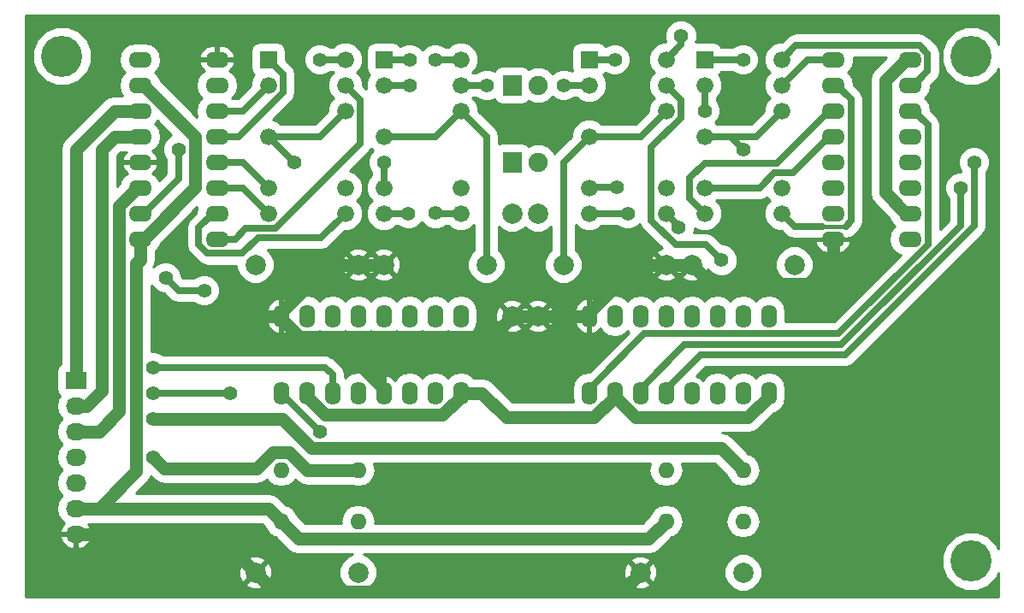
<source format=gbr>
G04 #@! TF.FileFunction,Copper,L2,Bot,Signal*
%FSLAX46Y46*%
G04 Gerber Fmt 4.6, Leading zero omitted, Abs format (unit mm)*
G04 Created by KiCad (PCBNEW (2015-12-07 BZR 6352)-product) date Sat 06 Feb 2016 08:09:23 PM EST*
%MOMM*%
G01*
G04 APERTURE LIST*
%ADD10C,0.100000*%
%ADD11R,1.676400X1.676400*%
%ADD12C,1.676400*%
%ADD13O,2.300000X1.600000*%
%ADD14R,1.900000X2.000000*%
%ADD15C,1.900000*%
%ADD16R,2.032000X1.727200*%
%ADD17O,2.032000X1.727200*%
%ADD18C,1.998980*%
%ADD19O,1.600000X1.600000*%
%ADD20O,1.600000X2.300000*%
%ADD21C,4.064000*%
%ADD22C,1.400000*%
%ADD23C,1.270000*%
%ADD24C,0.635000*%
%ADD25C,0.431800*%
%ADD26C,0.254000*%
G04 APERTURE END LIST*
D10*
D11*
X68580000Y54610000D03*
D12*
X68580000Y52070000D03*
X68580000Y46990000D03*
X68580000Y41910000D03*
X68580000Y39370000D03*
X76200000Y39370000D03*
X76200000Y41910000D03*
X76200000Y49530000D03*
X76200000Y52070000D03*
X76200000Y54610000D03*
D13*
X20320000Y36830000D03*
X20320000Y39370000D03*
X20320000Y41910000D03*
X20320000Y44450000D03*
X20320000Y46990000D03*
X20320000Y49530000D03*
X20320000Y52070000D03*
X20320000Y54610000D03*
X12700000Y54610000D03*
X12700000Y52070000D03*
X12700000Y49530000D03*
X12700000Y46990000D03*
X12700000Y44450000D03*
X12700000Y41910000D03*
X12700000Y39370000D03*
X12700000Y36830000D03*
D11*
X36830000Y54610000D03*
D12*
X36830000Y52070000D03*
X36830000Y46990000D03*
X36830000Y41910000D03*
X36830000Y39370000D03*
X44450000Y39370000D03*
X44450000Y41910000D03*
X44450000Y49530000D03*
X44450000Y52070000D03*
X44450000Y54610000D03*
D14*
X49530000Y44450000D03*
D15*
X52070000Y44450000D03*
D14*
X49530000Y52070000D03*
D15*
X52070000Y52070000D03*
D16*
X6350000Y22860000D03*
D17*
X6350000Y20320000D03*
X6350000Y17780000D03*
X6350000Y15240000D03*
X6350000Y12700000D03*
X6350000Y10160000D03*
X6350000Y7620000D03*
D18*
X24130000Y34290000D03*
X34290000Y34290000D03*
X46990000Y34290000D03*
X36830000Y34290000D03*
X54610000Y34290000D03*
X64770000Y34290000D03*
X77470000Y34290000D03*
X67310000Y34290000D03*
X49530000Y39370000D03*
X49530000Y29210000D03*
X52070000Y39370000D03*
X52070000Y29210000D03*
X34290000Y3810000D03*
X24130000Y3810000D03*
X72390000Y3810000D03*
X62230000Y3810000D03*
D19*
X26670000Y13970000D03*
X26670000Y8890000D03*
X34290000Y8890000D03*
X34290000Y13970000D03*
X64770000Y13970000D03*
X64770000Y8890000D03*
X72390000Y8890000D03*
X72390000Y13970000D03*
D20*
X44450000Y29210000D03*
X41910000Y29210000D03*
X39370000Y29210000D03*
X36830000Y29210000D03*
X34290000Y29210000D03*
X31750000Y29210000D03*
X29210000Y29210000D03*
X26670000Y29210000D03*
X26670000Y21590000D03*
X29210000Y21590000D03*
X31750000Y21590000D03*
X34290000Y21590000D03*
X36830000Y21590000D03*
X39370000Y21590000D03*
X41910000Y21590000D03*
X44450000Y21590000D03*
X74930000Y29210000D03*
X72390000Y29210000D03*
X69850000Y29210000D03*
X67310000Y29210000D03*
X64770000Y29210000D03*
X62230000Y29210000D03*
X59690000Y29210000D03*
X57150000Y29210000D03*
X57150000Y21590000D03*
X59690000Y21590000D03*
X62230000Y21590000D03*
X64770000Y21590000D03*
X67310000Y21590000D03*
X69850000Y21590000D03*
X72390000Y21590000D03*
X74930000Y21590000D03*
D13*
X81280000Y54610000D03*
X81280000Y52070000D03*
X81280000Y49530000D03*
X81280000Y46990000D03*
X81280000Y44450000D03*
X81280000Y41910000D03*
X81280000Y39370000D03*
X81280000Y36830000D03*
X88900000Y36830000D03*
X88900000Y39370000D03*
X88900000Y41910000D03*
X88900000Y44450000D03*
X88900000Y46990000D03*
X88900000Y49530000D03*
X88900000Y52070000D03*
X88900000Y54610000D03*
D11*
X25400000Y54610000D03*
D12*
X25400000Y52070000D03*
X25400000Y46990000D03*
X25400000Y41910000D03*
X25400000Y39370000D03*
X33020000Y39370000D03*
X33020000Y41910000D03*
X33020000Y49530000D03*
X33020000Y52070000D03*
X33020000Y54610000D03*
D11*
X57150000Y54610000D03*
D12*
X57150000Y52070000D03*
X57150000Y46990000D03*
X57150000Y41910000D03*
X57150000Y39370000D03*
X64770000Y39370000D03*
X64770000Y41910000D03*
X64770000Y49530000D03*
X64770000Y52070000D03*
X64770000Y54610000D03*
D21*
X94990000Y4930000D03*
X94990000Y54930000D03*
X4990000Y54930000D03*
D22*
X15120000Y29210000D03*
X95250000Y44450000D03*
X21590000Y21590000D03*
X13970000Y21590000D03*
X93927680Y41910000D03*
X13970000Y24130000D03*
X27940000Y44450000D03*
X72390000Y45720000D03*
X15240000Y33020000D03*
X19050000Y31750000D03*
X30480000Y54610000D03*
X16510000Y45720000D03*
X46990000Y52070000D03*
X41962320Y39372108D03*
X39265378Y39370000D03*
X36830000Y44450000D03*
X39370000Y54610000D03*
X39370000Y52070000D03*
X30480000Y17780000D03*
X41910000Y54610000D03*
X70254095Y34738139D03*
X66014106Y37943251D03*
X60960000Y39370000D03*
X59932821Y41929150D03*
X59690000Y54610000D03*
X54610000Y52070000D03*
X66230501Y56959499D03*
X72390000Y54610000D03*
X68580000Y49530000D03*
X14035010Y19050000D03*
X13970000Y15240000D03*
D23*
X26670000Y29210000D02*
X15120000Y29210000D01*
X67310000Y34290000D02*
X69249291Y32350709D01*
X69249291Y32350709D02*
X78870709Y32350709D01*
X78870709Y32350709D02*
X81280000Y34760000D01*
X81280000Y34760000D02*
X81280000Y36830000D01*
X49530000Y29210000D02*
X47440190Y27120190D01*
X47440190Y27120190D02*
X31649810Y27120190D01*
X57150000Y29210000D02*
X52070000Y29210000D01*
X57150000Y29210000D02*
X57150000Y29560000D01*
X57150000Y29560000D02*
X61880000Y34290000D01*
X61880000Y34290000D02*
X64770000Y34290000D01*
X64770000Y34290000D02*
X67310000Y34290000D01*
X49530000Y29210000D02*
X52070000Y29210000D01*
X34290000Y34290000D02*
X36830000Y34290000D01*
X26670000Y29210000D02*
X26670000Y29560000D01*
X26670000Y29560000D02*
X31400000Y34290000D01*
X31400000Y34290000D02*
X34290000Y34290000D01*
X26670000Y29210000D02*
X26670000Y28939538D01*
X26670000Y28939538D02*
X28489348Y27120190D01*
X28489348Y27120190D02*
X31649810Y27120190D01*
X31649810Y27120190D02*
X36830000Y21940000D01*
X36830000Y21940000D02*
X36830000Y21590000D01*
X24130000Y3810000D02*
X26069291Y1870709D01*
X26069291Y1870709D02*
X60290709Y1870709D01*
X60290709Y1870709D02*
X62230000Y3810000D01*
X6350000Y7620000D02*
X20320000Y7620000D01*
X20320000Y7620000D02*
X24130000Y3810000D01*
D24*
X82489636Y25400000D02*
X95250000Y38160364D01*
X68230000Y25400000D02*
X82489636Y25400000D01*
X95250000Y38160364D02*
X95250000Y44450000D01*
X64770000Y21590000D02*
X64770000Y21940000D01*
X64770000Y21940000D02*
X68230000Y25400000D01*
X13970000Y21590000D02*
X21590000Y21590000D01*
D23*
X8890000Y45720000D02*
X10160000Y46990000D01*
X10160000Y46990000D02*
X12700000Y46990000D01*
X8890000Y21828758D02*
X8890000Y45720000D01*
X6350000Y20320000D02*
X7381242Y20320000D01*
X7381242Y20320000D02*
X8890000Y21828758D01*
X6350000Y17780000D02*
X8636000Y17780000D01*
X10610190Y40090652D02*
X12429538Y41910000D01*
X8636000Y17780000D02*
X10610190Y19754190D01*
X10610190Y19754190D02*
X10610190Y40090652D01*
X12429538Y41910000D02*
X12700000Y41910000D01*
D24*
X93927680Y38167137D02*
X93927680Y41910000D01*
X66629811Y26339811D02*
X82100354Y26339811D01*
X62230000Y21590000D02*
X62230000Y21940000D01*
X82100354Y26339811D02*
X93927680Y38167137D01*
X62230000Y21940000D02*
X66629811Y26339811D01*
X13970000Y24130000D02*
X30995000Y24130000D01*
X31750000Y23375000D02*
X31750000Y21590000D01*
X30995000Y24130000D02*
X31750000Y23375000D01*
D23*
X6350000Y22860000D02*
X6350000Y45720000D01*
X6350000Y45720000D02*
X10160000Y49530000D01*
X10160000Y49530000D02*
X12700000Y49530000D01*
X88900000Y39370000D02*
X88550000Y39370000D01*
X88550000Y39370000D02*
X86480000Y41440000D01*
X86480000Y41440000D02*
X86480000Y52540000D01*
X86480000Y52540000D02*
X88550000Y54610000D01*
X88550000Y54610000D02*
X88900000Y54610000D01*
X44450000Y21240000D02*
X44450000Y21590000D01*
X31030198Y19419802D02*
X42629802Y19419802D01*
X29210000Y21240000D02*
X31030198Y19419802D01*
X29210000Y21590000D02*
X29210000Y21240000D01*
X42629802Y19419802D02*
X44450000Y21240000D01*
X12700000Y34760000D02*
X12700000Y36830000D01*
X12330199Y34390199D02*
X12700000Y34760000D01*
X8636000Y10160000D02*
X12330199Y13854199D01*
X6350000Y10160000D02*
X8636000Y10160000D01*
X12330199Y13854199D02*
X12330199Y34390199D01*
X13050000Y52070000D02*
X12700000Y52070000D01*
X18149802Y46970198D02*
X13050000Y52070000D01*
X13050000Y36830000D02*
X18149802Y41929802D01*
X12700000Y36830000D02*
X13050000Y36830000D01*
X18149802Y41929802D02*
X18149802Y46970198D01*
X59690000Y21590000D02*
X59690000Y21240000D01*
X74930000Y21240000D02*
X74930000Y21590000D01*
X59690000Y21240000D02*
X61760000Y19170000D01*
X61760000Y19170000D02*
X72860000Y19170000D01*
X72860000Y19170000D02*
X74930000Y21240000D01*
X44450000Y21590000D02*
X46520000Y21590000D01*
X46520000Y21590000D02*
X48940000Y19170000D01*
X48940000Y19170000D02*
X57620000Y19170000D01*
X57620000Y19170000D02*
X59690000Y21240000D01*
X26670000Y8890000D02*
X28409801Y7150199D01*
X28409801Y7150199D02*
X63030199Y7150199D01*
X63030199Y7150199D02*
X64770000Y8890000D01*
X6350000Y10160000D02*
X25400000Y10160000D01*
X25400000Y10160000D02*
X26670000Y8890000D01*
D24*
X27940000Y44450000D02*
X25400000Y46990000D01*
X25400000Y46990000D02*
X30480000Y46990000D01*
X30480000Y46990000D02*
X33020000Y49530000D01*
X44450000Y49530000D02*
X41910000Y46990000D01*
X41910000Y46990000D02*
X36830000Y46990000D01*
X46990000Y34290000D02*
X46990000Y46990000D01*
X46990000Y46990000D02*
X44450000Y49530000D01*
X57150000Y46990000D02*
X62230000Y46990000D01*
X62230000Y46990000D02*
X64770000Y49530000D01*
X54610000Y34290000D02*
X54610000Y44450000D01*
X54610000Y44450000D02*
X57150000Y46990000D01*
X68580000Y46990000D02*
X71120000Y46990000D01*
X71120000Y46990000D02*
X72390000Y45720000D01*
X68580000Y46990000D02*
X73660000Y46990000D01*
X73660000Y46990000D02*
X76200000Y49530000D01*
X34480501Y46288959D02*
X34480501Y50609499D01*
X26101041Y37909499D02*
X34480501Y46288959D01*
X34480501Y50609499D02*
X33020000Y52070000D01*
X23184499Y37909499D02*
X26101041Y37909499D01*
X22105000Y36830000D02*
X23184499Y37909499D01*
X20320000Y36830000D02*
X22105000Y36830000D01*
X22847438Y35407690D02*
X24409436Y36969688D01*
X24409436Y36969688D02*
X30619688Y36969688D01*
X20320000Y39370000D02*
X19970000Y39370000D01*
X18535000Y37935000D02*
X18535000Y36253550D01*
X19970000Y39370000D02*
X18535000Y37935000D01*
X18535000Y36253550D02*
X19380860Y35407690D01*
X19380860Y35407690D02*
X22847438Y35407690D01*
X30619688Y36969688D02*
X33020000Y39370000D01*
X20320000Y41910000D02*
X22860000Y41910000D01*
X22860000Y41910000D02*
X25400000Y39370000D01*
X20320000Y44450000D02*
X22860000Y44450000D01*
X22860000Y44450000D02*
X25400000Y41910000D01*
X20320000Y46990000D02*
X22481542Y46990000D01*
X22481542Y46990000D02*
X26860501Y51368959D01*
X26860501Y51368959D02*
X26860501Y53149499D01*
X26860501Y53149499D02*
X25400000Y54610000D01*
X20320000Y49530000D02*
X22860000Y49530000D01*
X22860000Y49530000D02*
X25400000Y52070000D01*
X19050000Y31750000D02*
X16510000Y31750000D01*
X16510000Y31750000D02*
X15240000Y33020000D01*
X30480000Y54610000D02*
X33020000Y54610000D01*
X12700000Y39370000D02*
X13050000Y39370000D01*
X13050000Y39370000D02*
X16510000Y42830000D01*
X16510000Y42830000D02*
X16510000Y45720000D01*
X46990000Y52070000D02*
X44450000Y52070000D01*
X41964428Y39370000D02*
X41962320Y39372108D01*
X44450000Y39370000D02*
X41964428Y39370000D01*
X36830000Y39370000D02*
X39265378Y39370000D01*
X36830000Y44450000D02*
X36830000Y41910000D01*
X39370000Y54610000D02*
X36830000Y54610000D01*
X39370000Y52070000D02*
X36830000Y52070000D01*
X26670000Y21590000D02*
X30480000Y17780000D01*
X41910000Y54610000D02*
X44450000Y54610000D01*
X68732235Y36259999D02*
X70254095Y34738139D01*
X65718459Y36259999D02*
X68732235Y36259999D01*
X66230501Y48828959D02*
X63309499Y45907957D01*
X66230501Y50609499D02*
X66230501Y48828959D01*
X63309499Y45907957D02*
X63309499Y38668959D01*
X64770000Y52070000D02*
X66230501Y50609499D01*
X63309499Y38668959D02*
X65718459Y36259999D01*
X66014106Y37943251D02*
X66014106Y38125894D01*
X66014106Y38125894D02*
X64770000Y39370000D01*
X60960000Y39370000D02*
X57150000Y39370000D01*
X59932821Y41929150D02*
X57169150Y41929150D01*
X57169150Y41929150D02*
X57150000Y41910000D01*
X59690000Y54610000D02*
X57150000Y54610000D01*
X54610000Y52070000D02*
X57150000Y52070000D01*
X57150000Y21590000D02*
X57150000Y21940000D01*
X57150000Y21940000D02*
X62647690Y27437690D01*
X62647690Y27437690D02*
X81869140Y27437690D01*
X81869140Y27437690D02*
X90685000Y36253550D01*
X90685000Y36253550D02*
X90685000Y48095000D01*
X90685000Y48095000D02*
X89250000Y49530000D01*
X89250000Y49530000D02*
X88900000Y49530000D01*
X66230501Y56959499D02*
X66230501Y56070501D01*
X66230501Y56070501D02*
X64770000Y54610000D01*
X81280000Y54610000D02*
X78740000Y54610000D01*
X78740000Y54610000D02*
X76200000Y52070000D01*
D25*
X82550000Y38100000D02*
X80188550Y38100000D01*
D24*
X77470000Y38100000D02*
X80188550Y38100000D01*
X77470000Y38100000D02*
X76200000Y39370000D01*
X83065000Y38615000D02*
X82550000Y38100000D01*
X81280000Y52070000D02*
X81630000Y52070000D01*
X81630000Y52070000D02*
X83065000Y50635000D01*
X83065000Y50635000D02*
X83065000Y38615000D01*
X75710312Y44310312D02*
X68580000Y44310312D01*
X68580000Y39370000D02*
X67119499Y40830501D01*
X67119499Y42849811D02*
X68580000Y44310312D01*
X67119499Y40830501D02*
X67119499Y42849811D01*
X81280000Y49530000D02*
X80930000Y49530000D01*
X80930000Y49530000D02*
X75710312Y44310312D01*
X74038458Y41910000D02*
X68580000Y41910000D01*
X75498959Y43370501D02*
X74038458Y41910000D01*
X77310501Y43370501D02*
X75498959Y43370501D01*
X81280000Y46990000D02*
X80930000Y46990000D01*
X80930000Y46990000D02*
X77310501Y43370501D01*
X72390000Y54610000D02*
X68580000Y54610000D01*
X68580000Y49530000D02*
X68580000Y52070000D01*
X88900000Y52070000D02*
X89250000Y52070000D01*
X89250000Y52070000D02*
X90672310Y53492310D01*
X90672310Y53492310D02*
X90672310Y55199140D01*
X90672310Y55199140D02*
X89839140Y56032310D01*
X77622310Y56032310D02*
X76200000Y54610000D01*
X89839140Y56032310D02*
X77622310Y56032310D01*
D23*
X26783092Y19050000D02*
X14035010Y19050000D01*
X29692894Y16140198D02*
X26783092Y19050000D01*
X72390000Y13970000D02*
X70219802Y16140198D01*
X70219802Y16140198D02*
X29692894Y16140198D01*
X15075010Y14134990D02*
X13970000Y15240000D01*
X24260084Y14134990D02*
X15075010Y14134990D01*
X29244906Y13970000D02*
X27505105Y15709801D01*
X25834895Y15709801D02*
X24260084Y14134990D01*
X27505105Y15709801D02*
X25834895Y15709801D01*
X34290000Y13970000D02*
X29244906Y13970000D01*
D26*
G36*
X97663000Y56109904D02*
X97467747Y56582452D01*
X96646774Y57404860D01*
X95573572Y57850492D01*
X94411526Y57851506D01*
X93337548Y57407747D01*
X92515140Y56586774D01*
X92069508Y55513572D01*
X92068494Y54351526D01*
X92512253Y53277548D01*
X93333226Y52455140D01*
X94406428Y52009508D01*
X95568474Y52008494D01*
X96642452Y52452253D01*
X97464860Y53273226D01*
X97663000Y53750401D01*
X97663000Y6109904D01*
X97467747Y6582452D01*
X96646774Y7404860D01*
X95573572Y7850492D01*
X94411526Y7851506D01*
X93337548Y7407747D01*
X92515140Y6586774D01*
X92069508Y5513572D01*
X92068494Y4351526D01*
X92512253Y3277548D01*
X93333226Y2455140D01*
X94406428Y2009508D01*
X95568474Y2008494D01*
X96642452Y2452253D01*
X97464860Y3273226D01*
X97663000Y3750401D01*
X97663000Y1397000D01*
X1397000Y1397000D01*
X1397000Y2657837D01*
X23157443Y2657837D01*
X23256042Y2391035D01*
X23865582Y2164599D01*
X24515377Y2188659D01*
X25003958Y2391035D01*
X25102557Y2657837D01*
X24130000Y3630395D01*
X23157443Y2657837D01*
X1397000Y2657837D01*
X1397000Y4074418D01*
X22484599Y4074418D01*
X22508659Y3424623D01*
X22711035Y2936042D01*
X22977837Y2837443D01*
X23950395Y3810000D01*
X24309605Y3810000D01*
X25282163Y2837443D01*
X25548965Y2936042D01*
X25775401Y3545582D01*
X25751341Y4195377D01*
X25548965Y4683958D01*
X25282163Y4782557D01*
X24309605Y3810000D01*
X23950395Y3810000D01*
X22977837Y4782557D01*
X22711035Y4683958D01*
X22484599Y4074418D01*
X1397000Y4074418D01*
X1397000Y4962163D01*
X23157443Y4962163D01*
X24130000Y3989605D01*
X25102557Y4962163D01*
X25003958Y5228965D01*
X24394418Y5455401D01*
X23744623Y5431341D01*
X23256042Y5228965D01*
X23157443Y4962163D01*
X1397000Y4962163D01*
X1397000Y7260974D01*
X4742642Y7260974D01*
X4745291Y7245209D01*
X4999268Y6717964D01*
X5435680Y6328046D01*
X5988087Y6134816D01*
X6223000Y6279076D01*
X6223000Y7493000D01*
X6477000Y7493000D01*
X6477000Y6279076D01*
X6711913Y6134816D01*
X7264320Y6328046D01*
X7700732Y6717964D01*
X7954709Y7245209D01*
X7957358Y7260974D01*
X7836217Y7493000D01*
X6477000Y7493000D01*
X6223000Y7493000D01*
X4863783Y7493000D01*
X4742642Y7260974D01*
X1397000Y7260974D01*
X1397000Y20320000D01*
X4407679Y20320000D01*
X4541088Y19649309D01*
X4921004Y19080725D01*
X4966987Y19050000D01*
X4921004Y19019275D01*
X4541088Y18450691D01*
X4407679Y17780000D01*
X4541088Y17109309D01*
X4921004Y16540725D01*
X4966987Y16510000D01*
X4921004Y16479275D01*
X4541088Y15910691D01*
X4407679Y15240000D01*
X4541088Y14569309D01*
X4921004Y14000725D01*
X4966987Y13970000D01*
X4921004Y13939275D01*
X4541088Y13370691D01*
X4407679Y12700000D01*
X4541088Y12029309D01*
X4921004Y11460725D01*
X4966987Y11430000D01*
X4921004Y11399275D01*
X4541088Y10830691D01*
X4407679Y10160000D01*
X4541088Y9489309D01*
X4921004Y8920725D01*
X5221082Y8720219D01*
X4999268Y8522036D01*
X4745291Y7994791D01*
X4742642Y7979026D01*
X4863783Y7747000D01*
X6223000Y7747000D01*
X6223000Y7767000D01*
X6477000Y7767000D01*
X6477000Y7747000D01*
X7836217Y7747000D01*
X7957358Y7979026D01*
X7954709Y7994791D01*
X7700732Y8522036D01*
X7573179Y8636000D01*
X24768738Y8636000D01*
X25055469Y8349269D01*
X25076478Y8243648D01*
X25442608Y7695697D01*
X25990559Y7329567D01*
X26096180Y7308558D01*
X27332170Y6072568D01*
X27826591Y5742207D01*
X28409801Y5626199D01*
X33740255Y5626199D01*
X33221654Y5411918D01*
X32689949Y4881141D01*
X32401838Y4187292D01*
X32401183Y3436004D01*
X32688082Y2741654D01*
X33218859Y2209949D01*
X33912708Y1921838D01*
X34663996Y1921183D01*
X35358346Y2208082D01*
X35808887Y2657837D01*
X61257443Y2657837D01*
X61356042Y2391035D01*
X61965582Y2164599D01*
X62615377Y2188659D01*
X63103958Y2391035D01*
X63202557Y2657837D01*
X62230000Y3630395D01*
X61257443Y2657837D01*
X35808887Y2657837D01*
X35890051Y2738859D01*
X36178162Y3432708D01*
X36178721Y4074418D01*
X60584599Y4074418D01*
X60608659Y3424623D01*
X60811035Y2936042D01*
X61077837Y2837443D01*
X62050395Y3810000D01*
X62409605Y3810000D01*
X63382163Y2837443D01*
X63648965Y2936042D01*
X63834694Y3436004D01*
X70501183Y3436004D01*
X70788082Y2741654D01*
X71318859Y2209949D01*
X72012708Y1921838D01*
X72763996Y1921183D01*
X73458346Y2208082D01*
X73990051Y2738859D01*
X74278162Y3432708D01*
X74278817Y4183996D01*
X73991918Y4878346D01*
X73461141Y5410051D01*
X72767292Y5698162D01*
X72016004Y5698817D01*
X71321654Y5411918D01*
X70789949Y4881141D01*
X70501838Y4187292D01*
X70501183Y3436004D01*
X63834694Y3436004D01*
X63875401Y3545582D01*
X63851341Y4195377D01*
X63648965Y4683958D01*
X63382163Y4782557D01*
X62409605Y3810000D01*
X62050395Y3810000D01*
X61077837Y4782557D01*
X60811035Y4683958D01*
X60584599Y4074418D01*
X36178721Y4074418D01*
X36178817Y4183996D01*
X35891918Y4878346D01*
X35808248Y4962163D01*
X61257443Y4962163D01*
X62230000Y3989605D01*
X63202557Y4962163D01*
X63103958Y5228965D01*
X62494418Y5455401D01*
X61844623Y5431341D01*
X61356042Y5228965D01*
X61257443Y4962163D01*
X35808248Y4962163D01*
X35361141Y5410051D01*
X34840598Y5626199D01*
X63030199Y5626199D01*
X63613409Y5742207D01*
X64107830Y6072568D01*
X65343820Y7308558D01*
X65449441Y7329567D01*
X65997392Y7695697D01*
X66363522Y8243648D01*
X66492089Y8890000D01*
X70667911Y8890000D01*
X70796478Y8243648D01*
X71162608Y7695697D01*
X71710559Y7329567D01*
X72356911Y7201000D01*
X72423089Y7201000D01*
X73069441Y7329567D01*
X73617392Y7695697D01*
X73983522Y8243648D01*
X74112089Y8890000D01*
X73983522Y9536352D01*
X73617392Y10084303D01*
X73069441Y10450433D01*
X72423089Y10579000D01*
X72356911Y10579000D01*
X71710559Y10450433D01*
X71162608Y10084303D01*
X70796478Y9536352D01*
X70667911Y8890000D01*
X66492089Y8890000D01*
X66363522Y9536352D01*
X65997392Y10084303D01*
X65449441Y10450433D01*
X64803089Y10579000D01*
X64736911Y10579000D01*
X64090559Y10450433D01*
X63542608Y10084303D01*
X63176478Y9536352D01*
X63155469Y9430731D01*
X62398937Y8674199D01*
X35969164Y8674199D01*
X36012089Y8890000D01*
X35883522Y9536352D01*
X35517392Y10084303D01*
X34969441Y10450433D01*
X34323089Y10579000D01*
X34256911Y10579000D01*
X33610559Y10450433D01*
X33062608Y10084303D01*
X32696478Y9536352D01*
X32567911Y8890000D01*
X32610836Y8674199D01*
X29041063Y8674199D01*
X28284531Y9430731D01*
X28263522Y9536352D01*
X27897392Y10084303D01*
X27349441Y10450433D01*
X27243820Y10471442D01*
X26477631Y11237631D01*
X26235713Y11399275D01*
X25983210Y11567992D01*
X25400000Y11684000D01*
X12315262Y11684000D01*
X13407830Y12776568D01*
X13738191Y13270989D01*
X13745750Y13308988D01*
X13997379Y13057359D01*
X14491800Y12726998D01*
X15075010Y12610990D01*
X24260084Y12610990D01*
X24843294Y12726998D01*
X25280121Y13018876D01*
X25442608Y12775697D01*
X25990559Y12409567D01*
X26636911Y12281000D01*
X26703089Y12281000D01*
X27349441Y12409567D01*
X27897392Y12775697D01*
X28052224Y13007420D01*
X28167275Y12892369D01*
X28661696Y12562008D01*
X29244906Y12446000D01*
X33556033Y12446000D01*
X33610559Y12409567D01*
X34256911Y12281000D01*
X34323089Y12281000D01*
X34969441Y12409567D01*
X35517392Y12775697D01*
X35883522Y13323648D01*
X36012089Y13970000D01*
X35883553Y14616198D01*
X63176447Y14616198D01*
X63047911Y13970000D01*
X63176478Y13323648D01*
X63542608Y12775697D01*
X64090559Y12409567D01*
X64736911Y12281000D01*
X64803089Y12281000D01*
X65449441Y12409567D01*
X65997392Y12775697D01*
X66363522Y13323648D01*
X66492089Y13970000D01*
X66363553Y14616198D01*
X69588540Y14616198D01*
X70775468Y13429270D01*
X70796478Y13323648D01*
X71162608Y12775697D01*
X71710559Y12409567D01*
X72356911Y12281000D01*
X72423089Y12281000D01*
X73069441Y12409567D01*
X73617392Y12775697D01*
X73983522Y13323648D01*
X74112089Y13970000D01*
X73983522Y14616352D01*
X73617392Y15164303D01*
X73069441Y15530433D01*
X72963819Y15551443D01*
X71297433Y17217829D01*
X71147079Y17318292D01*
X70803012Y17548190D01*
X70311289Y17646000D01*
X72860000Y17646000D01*
X73443210Y17762008D01*
X73937631Y18092369D01*
X75462171Y19616909D01*
X75576352Y19639621D01*
X76124303Y20005751D01*
X76490433Y20553702D01*
X76619000Y21200054D01*
X76619000Y21979946D01*
X76490433Y22626298D01*
X76124303Y23174249D01*
X75576352Y23540379D01*
X74930000Y23668946D01*
X74283648Y23540379D01*
X73735697Y23174249D01*
X73660000Y23060961D01*
X73584303Y23174249D01*
X73036352Y23540379D01*
X72390000Y23668946D01*
X71743648Y23540379D01*
X71195697Y23174249D01*
X71120000Y23060961D01*
X71044303Y23174249D01*
X70496352Y23540379D01*
X69850000Y23668946D01*
X69203648Y23540379D01*
X68655697Y23174249D01*
X68417385Y22817591D01*
X68234896Y23044500D01*
X67812132Y23275884D01*
X68729748Y24193500D01*
X82489636Y24193500D01*
X82951344Y24285339D01*
X83342760Y24546876D01*
X96103124Y37307240D01*
X96170784Y37408500D01*
X96364661Y37698656D01*
X96456500Y38160364D01*
X96456500Y43409170D01*
X96596303Y43548729D01*
X96838723Y44132542D01*
X96839275Y44764685D01*
X96597874Y45348920D01*
X96151271Y45796303D01*
X95567458Y46038723D01*
X94935315Y46039275D01*
X94351080Y45797874D01*
X93903697Y45351271D01*
X93661277Y44767458D01*
X93660725Y44135315D01*
X93902126Y43551080D01*
X93954138Y43498977D01*
X93612995Y43499275D01*
X93028760Y43257874D01*
X92581377Y42811271D01*
X92338957Y42227458D01*
X92338405Y41595315D01*
X92579806Y41011080D01*
X92721180Y40869459D01*
X92721180Y38666885D01*
X91891500Y37837205D01*
X91891500Y48095000D01*
X91799661Y48556708D01*
X91692624Y48716900D01*
X91538124Y48948125D01*
X90975180Y49511068D01*
X90978946Y49530000D01*
X90850379Y50176352D01*
X90484249Y50724303D01*
X90370961Y50800000D01*
X90484249Y50875697D01*
X90850379Y51423648D01*
X90978946Y52070000D01*
X90975180Y52088932D01*
X91525434Y52639186D01*
X91786971Y53030602D01*
X91797990Y53086000D01*
X91878810Y53492310D01*
X91878810Y55199140D01*
X91786971Y55660848D01*
X91682967Y55816500D01*
X91525434Y56052265D01*
X90692264Y56885434D01*
X90581418Y56959499D01*
X90300848Y57146971D01*
X89839140Y57238810D01*
X77622310Y57238810D01*
X77160602Y57146971D01*
X76769186Y56885434D01*
X76220935Y56337183D01*
X75857946Y56337499D01*
X75222898Y56075103D01*
X74736605Y55589658D01*
X74473100Y54955069D01*
X74472501Y54267946D01*
X74734897Y53632898D01*
X75027369Y53339915D01*
X74736605Y53049658D01*
X74473100Y52415069D01*
X74472501Y51727946D01*
X74734897Y51092898D01*
X75027369Y50799915D01*
X74736605Y50509658D01*
X74473100Y49875069D01*
X74472781Y49509030D01*
X73160252Y48196500D01*
X69816105Y48196500D01*
X69654994Y48357893D01*
X69926303Y48628729D01*
X70168723Y49212542D01*
X70169275Y49844685D01*
X69927874Y50428920D01*
X69786500Y50570541D01*
X69786500Y50833895D01*
X70043395Y51090342D01*
X70306900Y51724931D01*
X70307499Y52412054D01*
X70045103Y53047102D01*
X70001534Y53090747D01*
X70050217Y53122074D01*
X70242508Y53403500D01*
X71349170Y53403500D01*
X71488729Y53263697D01*
X72072542Y53021277D01*
X72704685Y53020725D01*
X73288920Y53262126D01*
X73736303Y53708729D01*
X73978723Y54292542D01*
X73979275Y54924685D01*
X73737874Y55508920D01*
X73291271Y55956303D01*
X72707458Y56198723D01*
X72075315Y56199275D01*
X71491080Y55957874D01*
X71349459Y55816500D01*
X70237624Y55816500D01*
X70067926Y56080217D01*
X69770847Y56283203D01*
X69418200Y56354616D01*
X67741800Y56354616D01*
X67696322Y56346059D01*
X67819224Y56642041D01*
X67819776Y57274184D01*
X67578375Y57858419D01*
X67131772Y58305802D01*
X66547959Y58548222D01*
X65915816Y58548774D01*
X65331581Y58307373D01*
X64884198Y57860770D01*
X64641778Y57276957D01*
X64641226Y56644814D01*
X64768329Y56337202D01*
X64427946Y56337499D01*
X63792898Y56075103D01*
X63306605Y55589658D01*
X63043100Y54955069D01*
X63042501Y54267946D01*
X63304897Y53632898D01*
X63597369Y53339915D01*
X63306605Y53049658D01*
X63043100Y52415069D01*
X63042501Y51727946D01*
X63304897Y51092898D01*
X63597369Y50799915D01*
X63306605Y50509658D01*
X63043100Y49875069D01*
X63042781Y49509030D01*
X61730252Y48196500D01*
X58386105Y48196500D01*
X58129658Y48453395D01*
X57495069Y48716900D01*
X56807946Y48717499D01*
X56172898Y48455103D01*
X55686605Y47969658D01*
X55423100Y47335069D01*
X55422781Y46969030D01*
X53756877Y45303125D01*
X53756876Y45303124D01*
X53726241Y45257276D01*
X53629937Y45490349D01*
X53113070Y46008119D01*
X52437405Y46288680D01*
X51705805Y46289318D01*
X51145347Y46057742D01*
X51129726Y46082017D01*
X50832647Y46285003D01*
X50480000Y46356416D01*
X48580000Y46356416D01*
X48250556Y46294427D01*
X48196500Y46259643D01*
X48196500Y46990000D01*
X48104661Y47451708D01*
X48023476Y47573210D01*
X47843124Y47843125D01*
X46177183Y49509066D01*
X46177499Y49872054D01*
X45915103Y50507102D01*
X45622631Y50800085D01*
X45686157Y50863500D01*
X45949170Y50863500D01*
X46088729Y50723697D01*
X46672542Y50481277D01*
X47304685Y50480725D01*
X47777150Y50675944D01*
X47930274Y50437983D01*
X48227353Y50234997D01*
X48580000Y50163584D01*
X50480000Y50163584D01*
X50809444Y50225573D01*
X51112017Y50420274D01*
X51141970Y50464112D01*
X51702595Y50231320D01*
X52434195Y50230682D01*
X53110349Y50510063D01*
X53516878Y50915883D01*
X53708729Y50723697D01*
X54292542Y50481277D01*
X54924685Y50480725D01*
X55508920Y50722126D01*
X55650541Y50863500D01*
X55913895Y50863500D01*
X56170342Y50606605D01*
X56804931Y50343100D01*
X57492054Y50342501D01*
X58127102Y50604897D01*
X58613395Y51090342D01*
X58876900Y51724931D01*
X58877499Y52412054D01*
X58615103Y53047102D01*
X58571534Y53090747D01*
X58620217Y53122074D01*
X58746137Y53306363D01*
X58788729Y53263697D01*
X59372542Y53021277D01*
X60004685Y53020725D01*
X60588920Y53262126D01*
X61036303Y53708729D01*
X61278723Y54292542D01*
X61279275Y54924685D01*
X61037874Y55508920D01*
X60591271Y55956303D01*
X60007458Y56198723D01*
X59375315Y56199275D01*
X58791080Y55957874D01*
X58745762Y55912635D01*
X58637926Y56080217D01*
X58340847Y56283203D01*
X57988200Y56354616D01*
X56311800Y56354616D01*
X55982356Y56292627D01*
X55679783Y56097926D01*
X55476797Y55800847D01*
X55405384Y55448200D01*
X55405384Y53771800D01*
X55467373Y53442356D01*
X55474244Y53431678D01*
X54927458Y53658723D01*
X54295315Y53659275D01*
X53711080Y53417874D01*
X53516675Y53223808D01*
X53113070Y53628119D01*
X52437405Y53908680D01*
X51705805Y53909318D01*
X51145347Y53677742D01*
X51129726Y53702017D01*
X50832647Y53905003D01*
X50480000Y53976416D01*
X48580000Y53976416D01*
X48250556Y53914427D01*
X47947983Y53719726D01*
X47773949Y53465019D01*
X47307458Y53658723D01*
X46675315Y53659275D01*
X46091080Y53417874D01*
X45949459Y53276500D01*
X45686105Y53276500D01*
X45622631Y53340085D01*
X45913395Y53630342D01*
X46176900Y54264931D01*
X46177499Y54952054D01*
X45915103Y55587102D01*
X45429658Y56073395D01*
X44795069Y56336900D01*
X44107946Y56337499D01*
X43472898Y56075103D01*
X43213843Y55816500D01*
X42950830Y55816500D01*
X42811271Y55956303D01*
X42227458Y56198723D01*
X41595315Y56199275D01*
X41011080Y55957874D01*
X40639745Y55587186D01*
X40271271Y55956303D01*
X39687458Y56198723D01*
X39055315Y56199275D01*
X38471080Y55957874D01*
X38425762Y55912635D01*
X38317926Y56080217D01*
X38020847Y56283203D01*
X37668200Y56354616D01*
X35991800Y56354616D01*
X35662356Y56292627D01*
X35359783Y56097926D01*
X35156797Y55800847D01*
X35085384Y55448200D01*
X35085384Y53771800D01*
X35147373Y53442356D01*
X35342074Y53139783D01*
X35410234Y53093211D01*
X35366605Y53049658D01*
X35103100Y52415069D01*
X35102501Y51727946D01*
X35126581Y51669668D01*
X34747183Y52049066D01*
X34747499Y52412054D01*
X34485103Y53047102D01*
X34192631Y53340085D01*
X34483395Y53630342D01*
X34746900Y54264931D01*
X34747499Y54952054D01*
X34485103Y55587102D01*
X33999658Y56073395D01*
X33365069Y56336900D01*
X32677946Y56337499D01*
X32042898Y56075103D01*
X31783843Y55816500D01*
X31520830Y55816500D01*
X31381271Y55956303D01*
X30797458Y56198723D01*
X30165315Y56199275D01*
X29581080Y55957874D01*
X29133697Y55511271D01*
X28891277Y54927458D01*
X28890725Y54295315D01*
X29132126Y53711080D01*
X29578729Y53263697D01*
X30162542Y53021277D01*
X30794685Y53020725D01*
X31378920Y53262126D01*
X31520541Y53403500D01*
X31783895Y53403500D01*
X31847369Y53339915D01*
X31556605Y53049658D01*
X31293100Y52415069D01*
X31292501Y51727946D01*
X31554897Y51092898D01*
X31847369Y50799915D01*
X31556605Y50509658D01*
X31293100Y49875069D01*
X31292781Y49509030D01*
X29980252Y48196500D01*
X26636105Y48196500D01*
X26379658Y48453395D01*
X25864922Y48667132D01*
X27713625Y50515835D01*
X27975162Y50907251D01*
X27996793Y51016000D01*
X28067001Y51368959D01*
X28067001Y53149499D01*
X27975162Y53611207D01*
X27962316Y53630433D01*
X27713625Y54002624D01*
X27144616Y54571633D01*
X27144616Y55448200D01*
X27082627Y55777644D01*
X26887926Y56080217D01*
X26590847Y56283203D01*
X26238200Y56354616D01*
X24561800Y56354616D01*
X24232356Y56292627D01*
X23929783Y56097926D01*
X23726797Y55800847D01*
X23655384Y55448200D01*
X23655384Y53771800D01*
X23717373Y53442356D01*
X23912074Y53139783D01*
X23980234Y53093211D01*
X23936605Y53049658D01*
X23673100Y52415069D01*
X23672781Y52049030D01*
X22360252Y50736500D01*
X21885995Y50736500D01*
X21790961Y50800000D01*
X21904249Y50875697D01*
X22270379Y51423648D01*
X22398946Y52070000D01*
X22270379Y52716352D01*
X21904249Y53264303D01*
X21547591Y53502615D01*
X21774500Y53685104D01*
X22044367Y54178181D01*
X22061904Y54260961D01*
X21939915Y54483000D01*
X20447000Y54483000D01*
X20447000Y54463000D01*
X20193000Y54463000D01*
X20193000Y54483000D01*
X18700085Y54483000D01*
X18578096Y54260961D01*
X18595633Y54178181D01*
X18865500Y53685104D01*
X19092409Y53502615D01*
X18735751Y53264303D01*
X18369621Y52716352D01*
X18241054Y52070000D01*
X18369621Y51423648D01*
X18735751Y50875697D01*
X18849039Y50800000D01*
X18735751Y50724303D01*
X18369621Y50176352D01*
X18241054Y49530000D01*
X18364160Y48911102D01*
X14673091Y52602171D01*
X14650379Y52716352D01*
X14284249Y53264303D01*
X14170961Y53340000D01*
X14284249Y53415697D01*
X14650379Y53963648D01*
X14778946Y54610000D01*
X14709519Y54959039D01*
X18578096Y54959039D01*
X18700085Y54737000D01*
X20193000Y54737000D01*
X20193000Y56045000D01*
X20447000Y56045000D01*
X20447000Y54737000D01*
X21939915Y54737000D01*
X22061904Y54959039D01*
X22044367Y55041819D01*
X21774500Y55534896D01*
X21336483Y55887166D01*
X20797000Y56045000D01*
X20447000Y56045000D01*
X20193000Y56045000D01*
X19843000Y56045000D01*
X19303517Y55887166D01*
X18865500Y55534896D01*
X18595633Y55041819D01*
X18578096Y54959039D01*
X14709519Y54959039D01*
X14650379Y55256352D01*
X14284249Y55804303D01*
X13736298Y56170433D01*
X13089946Y56299000D01*
X12310054Y56299000D01*
X11663702Y56170433D01*
X11115751Y55804303D01*
X10749621Y55256352D01*
X10621054Y54610000D01*
X10749621Y53963648D01*
X11115751Y53415697D01*
X11229039Y53340000D01*
X11115751Y53264303D01*
X10749621Y52716352D01*
X10621054Y52070000D01*
X10749621Y51423648D01*
X10996612Y51054000D01*
X10160005Y51054000D01*
X10160000Y51054001D01*
X9576791Y50937993D01*
X9082369Y50607631D01*
X5272369Y46797631D01*
X4942008Y46303210D01*
X4826000Y45720000D01*
X4826000Y24453129D01*
X4701983Y24373326D01*
X4498997Y24076247D01*
X4427584Y23723600D01*
X4427584Y21996400D01*
X4489573Y21666956D01*
X4684274Y21364383D01*
X4757397Y21314420D01*
X4541088Y20990691D01*
X4407679Y20320000D01*
X1397000Y20320000D01*
X1397000Y54351526D01*
X2068494Y54351526D01*
X2512253Y53277548D01*
X3333226Y52455140D01*
X4406428Y52009508D01*
X5568474Y52008494D01*
X6642452Y52452253D01*
X7464860Y53273226D01*
X7910492Y54346428D01*
X7911506Y55508474D01*
X7467747Y56582452D01*
X6646774Y57404860D01*
X5573572Y57850492D01*
X4411526Y57851506D01*
X3337548Y57407747D01*
X2515140Y56586774D01*
X2069508Y55513572D01*
X2068494Y54351526D01*
X1397000Y54351526D01*
X1397000Y58966000D01*
X97663000Y58966000D01*
X97663000Y56109904D01*
X97663000Y56109904D01*
G37*
X97663000Y56109904D02*
X97467747Y56582452D01*
X96646774Y57404860D01*
X95573572Y57850492D01*
X94411526Y57851506D01*
X93337548Y57407747D01*
X92515140Y56586774D01*
X92069508Y55513572D01*
X92068494Y54351526D01*
X92512253Y53277548D01*
X93333226Y52455140D01*
X94406428Y52009508D01*
X95568474Y52008494D01*
X96642452Y52452253D01*
X97464860Y53273226D01*
X97663000Y53750401D01*
X97663000Y6109904D01*
X97467747Y6582452D01*
X96646774Y7404860D01*
X95573572Y7850492D01*
X94411526Y7851506D01*
X93337548Y7407747D01*
X92515140Y6586774D01*
X92069508Y5513572D01*
X92068494Y4351526D01*
X92512253Y3277548D01*
X93333226Y2455140D01*
X94406428Y2009508D01*
X95568474Y2008494D01*
X96642452Y2452253D01*
X97464860Y3273226D01*
X97663000Y3750401D01*
X97663000Y1397000D01*
X1397000Y1397000D01*
X1397000Y2657837D01*
X23157443Y2657837D01*
X23256042Y2391035D01*
X23865582Y2164599D01*
X24515377Y2188659D01*
X25003958Y2391035D01*
X25102557Y2657837D01*
X24130000Y3630395D01*
X23157443Y2657837D01*
X1397000Y2657837D01*
X1397000Y4074418D01*
X22484599Y4074418D01*
X22508659Y3424623D01*
X22711035Y2936042D01*
X22977837Y2837443D01*
X23950395Y3810000D01*
X24309605Y3810000D01*
X25282163Y2837443D01*
X25548965Y2936042D01*
X25775401Y3545582D01*
X25751341Y4195377D01*
X25548965Y4683958D01*
X25282163Y4782557D01*
X24309605Y3810000D01*
X23950395Y3810000D01*
X22977837Y4782557D01*
X22711035Y4683958D01*
X22484599Y4074418D01*
X1397000Y4074418D01*
X1397000Y4962163D01*
X23157443Y4962163D01*
X24130000Y3989605D01*
X25102557Y4962163D01*
X25003958Y5228965D01*
X24394418Y5455401D01*
X23744623Y5431341D01*
X23256042Y5228965D01*
X23157443Y4962163D01*
X1397000Y4962163D01*
X1397000Y7260974D01*
X4742642Y7260974D01*
X4745291Y7245209D01*
X4999268Y6717964D01*
X5435680Y6328046D01*
X5988087Y6134816D01*
X6223000Y6279076D01*
X6223000Y7493000D01*
X6477000Y7493000D01*
X6477000Y6279076D01*
X6711913Y6134816D01*
X7264320Y6328046D01*
X7700732Y6717964D01*
X7954709Y7245209D01*
X7957358Y7260974D01*
X7836217Y7493000D01*
X6477000Y7493000D01*
X6223000Y7493000D01*
X4863783Y7493000D01*
X4742642Y7260974D01*
X1397000Y7260974D01*
X1397000Y20320000D01*
X4407679Y20320000D01*
X4541088Y19649309D01*
X4921004Y19080725D01*
X4966987Y19050000D01*
X4921004Y19019275D01*
X4541088Y18450691D01*
X4407679Y17780000D01*
X4541088Y17109309D01*
X4921004Y16540725D01*
X4966987Y16510000D01*
X4921004Y16479275D01*
X4541088Y15910691D01*
X4407679Y15240000D01*
X4541088Y14569309D01*
X4921004Y14000725D01*
X4966987Y13970000D01*
X4921004Y13939275D01*
X4541088Y13370691D01*
X4407679Y12700000D01*
X4541088Y12029309D01*
X4921004Y11460725D01*
X4966987Y11430000D01*
X4921004Y11399275D01*
X4541088Y10830691D01*
X4407679Y10160000D01*
X4541088Y9489309D01*
X4921004Y8920725D01*
X5221082Y8720219D01*
X4999268Y8522036D01*
X4745291Y7994791D01*
X4742642Y7979026D01*
X4863783Y7747000D01*
X6223000Y7747000D01*
X6223000Y7767000D01*
X6477000Y7767000D01*
X6477000Y7747000D01*
X7836217Y7747000D01*
X7957358Y7979026D01*
X7954709Y7994791D01*
X7700732Y8522036D01*
X7573179Y8636000D01*
X24768738Y8636000D01*
X25055469Y8349269D01*
X25076478Y8243648D01*
X25442608Y7695697D01*
X25990559Y7329567D01*
X26096180Y7308558D01*
X27332170Y6072568D01*
X27826591Y5742207D01*
X28409801Y5626199D01*
X33740255Y5626199D01*
X33221654Y5411918D01*
X32689949Y4881141D01*
X32401838Y4187292D01*
X32401183Y3436004D01*
X32688082Y2741654D01*
X33218859Y2209949D01*
X33912708Y1921838D01*
X34663996Y1921183D01*
X35358346Y2208082D01*
X35808887Y2657837D01*
X61257443Y2657837D01*
X61356042Y2391035D01*
X61965582Y2164599D01*
X62615377Y2188659D01*
X63103958Y2391035D01*
X63202557Y2657837D01*
X62230000Y3630395D01*
X61257443Y2657837D01*
X35808887Y2657837D01*
X35890051Y2738859D01*
X36178162Y3432708D01*
X36178721Y4074418D01*
X60584599Y4074418D01*
X60608659Y3424623D01*
X60811035Y2936042D01*
X61077837Y2837443D01*
X62050395Y3810000D01*
X62409605Y3810000D01*
X63382163Y2837443D01*
X63648965Y2936042D01*
X63834694Y3436004D01*
X70501183Y3436004D01*
X70788082Y2741654D01*
X71318859Y2209949D01*
X72012708Y1921838D01*
X72763996Y1921183D01*
X73458346Y2208082D01*
X73990051Y2738859D01*
X74278162Y3432708D01*
X74278817Y4183996D01*
X73991918Y4878346D01*
X73461141Y5410051D01*
X72767292Y5698162D01*
X72016004Y5698817D01*
X71321654Y5411918D01*
X70789949Y4881141D01*
X70501838Y4187292D01*
X70501183Y3436004D01*
X63834694Y3436004D01*
X63875401Y3545582D01*
X63851341Y4195377D01*
X63648965Y4683958D01*
X63382163Y4782557D01*
X62409605Y3810000D01*
X62050395Y3810000D01*
X61077837Y4782557D01*
X60811035Y4683958D01*
X60584599Y4074418D01*
X36178721Y4074418D01*
X36178817Y4183996D01*
X35891918Y4878346D01*
X35808248Y4962163D01*
X61257443Y4962163D01*
X62230000Y3989605D01*
X63202557Y4962163D01*
X63103958Y5228965D01*
X62494418Y5455401D01*
X61844623Y5431341D01*
X61356042Y5228965D01*
X61257443Y4962163D01*
X35808248Y4962163D01*
X35361141Y5410051D01*
X34840598Y5626199D01*
X63030199Y5626199D01*
X63613409Y5742207D01*
X64107830Y6072568D01*
X65343820Y7308558D01*
X65449441Y7329567D01*
X65997392Y7695697D01*
X66363522Y8243648D01*
X66492089Y8890000D01*
X70667911Y8890000D01*
X70796478Y8243648D01*
X71162608Y7695697D01*
X71710559Y7329567D01*
X72356911Y7201000D01*
X72423089Y7201000D01*
X73069441Y7329567D01*
X73617392Y7695697D01*
X73983522Y8243648D01*
X74112089Y8890000D01*
X73983522Y9536352D01*
X73617392Y10084303D01*
X73069441Y10450433D01*
X72423089Y10579000D01*
X72356911Y10579000D01*
X71710559Y10450433D01*
X71162608Y10084303D01*
X70796478Y9536352D01*
X70667911Y8890000D01*
X66492089Y8890000D01*
X66363522Y9536352D01*
X65997392Y10084303D01*
X65449441Y10450433D01*
X64803089Y10579000D01*
X64736911Y10579000D01*
X64090559Y10450433D01*
X63542608Y10084303D01*
X63176478Y9536352D01*
X63155469Y9430731D01*
X62398937Y8674199D01*
X35969164Y8674199D01*
X36012089Y8890000D01*
X35883522Y9536352D01*
X35517392Y10084303D01*
X34969441Y10450433D01*
X34323089Y10579000D01*
X34256911Y10579000D01*
X33610559Y10450433D01*
X33062608Y10084303D01*
X32696478Y9536352D01*
X32567911Y8890000D01*
X32610836Y8674199D01*
X29041063Y8674199D01*
X28284531Y9430731D01*
X28263522Y9536352D01*
X27897392Y10084303D01*
X27349441Y10450433D01*
X27243820Y10471442D01*
X26477631Y11237631D01*
X26235713Y11399275D01*
X25983210Y11567992D01*
X25400000Y11684000D01*
X12315262Y11684000D01*
X13407830Y12776568D01*
X13738191Y13270989D01*
X13745750Y13308988D01*
X13997379Y13057359D01*
X14491800Y12726998D01*
X15075010Y12610990D01*
X24260084Y12610990D01*
X24843294Y12726998D01*
X25280121Y13018876D01*
X25442608Y12775697D01*
X25990559Y12409567D01*
X26636911Y12281000D01*
X26703089Y12281000D01*
X27349441Y12409567D01*
X27897392Y12775697D01*
X28052224Y13007420D01*
X28167275Y12892369D01*
X28661696Y12562008D01*
X29244906Y12446000D01*
X33556033Y12446000D01*
X33610559Y12409567D01*
X34256911Y12281000D01*
X34323089Y12281000D01*
X34969441Y12409567D01*
X35517392Y12775697D01*
X35883522Y13323648D01*
X36012089Y13970000D01*
X35883553Y14616198D01*
X63176447Y14616198D01*
X63047911Y13970000D01*
X63176478Y13323648D01*
X63542608Y12775697D01*
X64090559Y12409567D01*
X64736911Y12281000D01*
X64803089Y12281000D01*
X65449441Y12409567D01*
X65997392Y12775697D01*
X66363522Y13323648D01*
X66492089Y13970000D01*
X66363553Y14616198D01*
X69588540Y14616198D01*
X70775468Y13429270D01*
X70796478Y13323648D01*
X71162608Y12775697D01*
X71710559Y12409567D01*
X72356911Y12281000D01*
X72423089Y12281000D01*
X73069441Y12409567D01*
X73617392Y12775697D01*
X73983522Y13323648D01*
X74112089Y13970000D01*
X73983522Y14616352D01*
X73617392Y15164303D01*
X73069441Y15530433D01*
X72963819Y15551443D01*
X71297433Y17217829D01*
X71147079Y17318292D01*
X70803012Y17548190D01*
X70311289Y17646000D01*
X72860000Y17646000D01*
X73443210Y17762008D01*
X73937631Y18092369D01*
X75462171Y19616909D01*
X75576352Y19639621D01*
X76124303Y20005751D01*
X76490433Y20553702D01*
X76619000Y21200054D01*
X76619000Y21979946D01*
X76490433Y22626298D01*
X76124303Y23174249D01*
X75576352Y23540379D01*
X74930000Y23668946D01*
X74283648Y23540379D01*
X73735697Y23174249D01*
X73660000Y23060961D01*
X73584303Y23174249D01*
X73036352Y23540379D01*
X72390000Y23668946D01*
X71743648Y23540379D01*
X71195697Y23174249D01*
X71120000Y23060961D01*
X71044303Y23174249D01*
X70496352Y23540379D01*
X69850000Y23668946D01*
X69203648Y23540379D01*
X68655697Y23174249D01*
X68417385Y22817591D01*
X68234896Y23044500D01*
X67812132Y23275884D01*
X68729748Y24193500D01*
X82489636Y24193500D01*
X82951344Y24285339D01*
X83342760Y24546876D01*
X96103124Y37307240D01*
X96170784Y37408500D01*
X96364661Y37698656D01*
X96456500Y38160364D01*
X96456500Y43409170D01*
X96596303Y43548729D01*
X96838723Y44132542D01*
X96839275Y44764685D01*
X96597874Y45348920D01*
X96151271Y45796303D01*
X95567458Y46038723D01*
X94935315Y46039275D01*
X94351080Y45797874D01*
X93903697Y45351271D01*
X93661277Y44767458D01*
X93660725Y44135315D01*
X93902126Y43551080D01*
X93954138Y43498977D01*
X93612995Y43499275D01*
X93028760Y43257874D01*
X92581377Y42811271D01*
X92338957Y42227458D01*
X92338405Y41595315D01*
X92579806Y41011080D01*
X92721180Y40869459D01*
X92721180Y38666885D01*
X91891500Y37837205D01*
X91891500Y48095000D01*
X91799661Y48556708D01*
X91692624Y48716900D01*
X91538124Y48948125D01*
X90975180Y49511068D01*
X90978946Y49530000D01*
X90850379Y50176352D01*
X90484249Y50724303D01*
X90370961Y50800000D01*
X90484249Y50875697D01*
X90850379Y51423648D01*
X90978946Y52070000D01*
X90975180Y52088932D01*
X91525434Y52639186D01*
X91786971Y53030602D01*
X91797990Y53086000D01*
X91878810Y53492310D01*
X91878810Y55199140D01*
X91786971Y55660848D01*
X91682967Y55816500D01*
X91525434Y56052265D01*
X90692264Y56885434D01*
X90581418Y56959499D01*
X90300848Y57146971D01*
X89839140Y57238810D01*
X77622310Y57238810D01*
X77160602Y57146971D01*
X76769186Y56885434D01*
X76220935Y56337183D01*
X75857946Y56337499D01*
X75222898Y56075103D01*
X74736605Y55589658D01*
X74473100Y54955069D01*
X74472501Y54267946D01*
X74734897Y53632898D01*
X75027369Y53339915D01*
X74736605Y53049658D01*
X74473100Y52415069D01*
X74472501Y51727946D01*
X74734897Y51092898D01*
X75027369Y50799915D01*
X74736605Y50509658D01*
X74473100Y49875069D01*
X74472781Y49509030D01*
X73160252Y48196500D01*
X69816105Y48196500D01*
X69654994Y48357893D01*
X69926303Y48628729D01*
X70168723Y49212542D01*
X70169275Y49844685D01*
X69927874Y50428920D01*
X69786500Y50570541D01*
X69786500Y50833895D01*
X70043395Y51090342D01*
X70306900Y51724931D01*
X70307499Y52412054D01*
X70045103Y53047102D01*
X70001534Y53090747D01*
X70050217Y53122074D01*
X70242508Y53403500D01*
X71349170Y53403500D01*
X71488729Y53263697D01*
X72072542Y53021277D01*
X72704685Y53020725D01*
X73288920Y53262126D01*
X73736303Y53708729D01*
X73978723Y54292542D01*
X73979275Y54924685D01*
X73737874Y55508920D01*
X73291271Y55956303D01*
X72707458Y56198723D01*
X72075315Y56199275D01*
X71491080Y55957874D01*
X71349459Y55816500D01*
X70237624Y55816500D01*
X70067926Y56080217D01*
X69770847Y56283203D01*
X69418200Y56354616D01*
X67741800Y56354616D01*
X67696322Y56346059D01*
X67819224Y56642041D01*
X67819776Y57274184D01*
X67578375Y57858419D01*
X67131772Y58305802D01*
X66547959Y58548222D01*
X65915816Y58548774D01*
X65331581Y58307373D01*
X64884198Y57860770D01*
X64641778Y57276957D01*
X64641226Y56644814D01*
X64768329Y56337202D01*
X64427946Y56337499D01*
X63792898Y56075103D01*
X63306605Y55589658D01*
X63043100Y54955069D01*
X63042501Y54267946D01*
X63304897Y53632898D01*
X63597369Y53339915D01*
X63306605Y53049658D01*
X63043100Y52415069D01*
X63042501Y51727946D01*
X63304897Y51092898D01*
X63597369Y50799915D01*
X63306605Y50509658D01*
X63043100Y49875069D01*
X63042781Y49509030D01*
X61730252Y48196500D01*
X58386105Y48196500D01*
X58129658Y48453395D01*
X57495069Y48716900D01*
X56807946Y48717499D01*
X56172898Y48455103D01*
X55686605Y47969658D01*
X55423100Y47335069D01*
X55422781Y46969030D01*
X53756877Y45303125D01*
X53756876Y45303124D01*
X53726241Y45257276D01*
X53629937Y45490349D01*
X53113070Y46008119D01*
X52437405Y46288680D01*
X51705805Y46289318D01*
X51145347Y46057742D01*
X51129726Y46082017D01*
X50832647Y46285003D01*
X50480000Y46356416D01*
X48580000Y46356416D01*
X48250556Y46294427D01*
X48196500Y46259643D01*
X48196500Y46990000D01*
X48104661Y47451708D01*
X48023476Y47573210D01*
X47843124Y47843125D01*
X46177183Y49509066D01*
X46177499Y49872054D01*
X45915103Y50507102D01*
X45622631Y50800085D01*
X45686157Y50863500D01*
X45949170Y50863500D01*
X46088729Y50723697D01*
X46672542Y50481277D01*
X47304685Y50480725D01*
X47777150Y50675944D01*
X47930274Y50437983D01*
X48227353Y50234997D01*
X48580000Y50163584D01*
X50480000Y50163584D01*
X50809444Y50225573D01*
X51112017Y50420274D01*
X51141970Y50464112D01*
X51702595Y50231320D01*
X52434195Y50230682D01*
X53110349Y50510063D01*
X53516878Y50915883D01*
X53708729Y50723697D01*
X54292542Y50481277D01*
X54924685Y50480725D01*
X55508920Y50722126D01*
X55650541Y50863500D01*
X55913895Y50863500D01*
X56170342Y50606605D01*
X56804931Y50343100D01*
X57492054Y50342501D01*
X58127102Y50604897D01*
X58613395Y51090342D01*
X58876900Y51724931D01*
X58877499Y52412054D01*
X58615103Y53047102D01*
X58571534Y53090747D01*
X58620217Y53122074D01*
X58746137Y53306363D01*
X58788729Y53263697D01*
X59372542Y53021277D01*
X60004685Y53020725D01*
X60588920Y53262126D01*
X61036303Y53708729D01*
X61278723Y54292542D01*
X61279275Y54924685D01*
X61037874Y55508920D01*
X60591271Y55956303D01*
X60007458Y56198723D01*
X59375315Y56199275D01*
X58791080Y55957874D01*
X58745762Y55912635D01*
X58637926Y56080217D01*
X58340847Y56283203D01*
X57988200Y56354616D01*
X56311800Y56354616D01*
X55982356Y56292627D01*
X55679783Y56097926D01*
X55476797Y55800847D01*
X55405384Y55448200D01*
X55405384Y53771800D01*
X55467373Y53442356D01*
X55474244Y53431678D01*
X54927458Y53658723D01*
X54295315Y53659275D01*
X53711080Y53417874D01*
X53516675Y53223808D01*
X53113070Y53628119D01*
X52437405Y53908680D01*
X51705805Y53909318D01*
X51145347Y53677742D01*
X51129726Y53702017D01*
X50832647Y53905003D01*
X50480000Y53976416D01*
X48580000Y53976416D01*
X48250556Y53914427D01*
X47947983Y53719726D01*
X47773949Y53465019D01*
X47307458Y53658723D01*
X46675315Y53659275D01*
X46091080Y53417874D01*
X45949459Y53276500D01*
X45686105Y53276500D01*
X45622631Y53340085D01*
X45913395Y53630342D01*
X46176900Y54264931D01*
X46177499Y54952054D01*
X45915103Y55587102D01*
X45429658Y56073395D01*
X44795069Y56336900D01*
X44107946Y56337499D01*
X43472898Y56075103D01*
X43213843Y55816500D01*
X42950830Y55816500D01*
X42811271Y55956303D01*
X42227458Y56198723D01*
X41595315Y56199275D01*
X41011080Y55957874D01*
X40639745Y55587186D01*
X40271271Y55956303D01*
X39687458Y56198723D01*
X39055315Y56199275D01*
X38471080Y55957874D01*
X38425762Y55912635D01*
X38317926Y56080217D01*
X38020847Y56283203D01*
X37668200Y56354616D01*
X35991800Y56354616D01*
X35662356Y56292627D01*
X35359783Y56097926D01*
X35156797Y55800847D01*
X35085384Y55448200D01*
X35085384Y53771800D01*
X35147373Y53442356D01*
X35342074Y53139783D01*
X35410234Y53093211D01*
X35366605Y53049658D01*
X35103100Y52415069D01*
X35102501Y51727946D01*
X35126581Y51669668D01*
X34747183Y52049066D01*
X34747499Y52412054D01*
X34485103Y53047102D01*
X34192631Y53340085D01*
X34483395Y53630342D01*
X34746900Y54264931D01*
X34747499Y54952054D01*
X34485103Y55587102D01*
X33999658Y56073395D01*
X33365069Y56336900D01*
X32677946Y56337499D01*
X32042898Y56075103D01*
X31783843Y55816500D01*
X31520830Y55816500D01*
X31381271Y55956303D01*
X30797458Y56198723D01*
X30165315Y56199275D01*
X29581080Y55957874D01*
X29133697Y55511271D01*
X28891277Y54927458D01*
X28890725Y54295315D01*
X29132126Y53711080D01*
X29578729Y53263697D01*
X30162542Y53021277D01*
X30794685Y53020725D01*
X31378920Y53262126D01*
X31520541Y53403500D01*
X31783895Y53403500D01*
X31847369Y53339915D01*
X31556605Y53049658D01*
X31293100Y52415069D01*
X31292501Y51727946D01*
X31554897Y51092898D01*
X31847369Y50799915D01*
X31556605Y50509658D01*
X31293100Y49875069D01*
X31292781Y49509030D01*
X29980252Y48196500D01*
X26636105Y48196500D01*
X26379658Y48453395D01*
X25864922Y48667132D01*
X27713625Y50515835D01*
X27975162Y50907251D01*
X27996793Y51016000D01*
X28067001Y51368959D01*
X28067001Y53149499D01*
X27975162Y53611207D01*
X27962316Y53630433D01*
X27713625Y54002624D01*
X27144616Y54571633D01*
X27144616Y55448200D01*
X27082627Y55777644D01*
X26887926Y56080217D01*
X26590847Y56283203D01*
X26238200Y56354616D01*
X24561800Y56354616D01*
X24232356Y56292627D01*
X23929783Y56097926D01*
X23726797Y55800847D01*
X23655384Y55448200D01*
X23655384Y53771800D01*
X23717373Y53442356D01*
X23912074Y53139783D01*
X23980234Y53093211D01*
X23936605Y53049658D01*
X23673100Y52415069D01*
X23672781Y52049030D01*
X22360252Y50736500D01*
X21885995Y50736500D01*
X21790961Y50800000D01*
X21904249Y50875697D01*
X22270379Y51423648D01*
X22398946Y52070000D01*
X22270379Y52716352D01*
X21904249Y53264303D01*
X21547591Y53502615D01*
X21774500Y53685104D01*
X22044367Y54178181D01*
X22061904Y54260961D01*
X21939915Y54483000D01*
X20447000Y54483000D01*
X20447000Y54463000D01*
X20193000Y54463000D01*
X20193000Y54483000D01*
X18700085Y54483000D01*
X18578096Y54260961D01*
X18595633Y54178181D01*
X18865500Y53685104D01*
X19092409Y53502615D01*
X18735751Y53264303D01*
X18369621Y52716352D01*
X18241054Y52070000D01*
X18369621Y51423648D01*
X18735751Y50875697D01*
X18849039Y50800000D01*
X18735751Y50724303D01*
X18369621Y50176352D01*
X18241054Y49530000D01*
X18364160Y48911102D01*
X14673091Y52602171D01*
X14650379Y52716352D01*
X14284249Y53264303D01*
X14170961Y53340000D01*
X14284249Y53415697D01*
X14650379Y53963648D01*
X14778946Y54610000D01*
X14709519Y54959039D01*
X18578096Y54959039D01*
X18700085Y54737000D01*
X20193000Y54737000D01*
X20193000Y56045000D01*
X20447000Y56045000D01*
X20447000Y54737000D01*
X21939915Y54737000D01*
X22061904Y54959039D01*
X22044367Y55041819D01*
X21774500Y55534896D01*
X21336483Y55887166D01*
X20797000Y56045000D01*
X20447000Y56045000D01*
X20193000Y56045000D01*
X19843000Y56045000D01*
X19303517Y55887166D01*
X18865500Y55534896D01*
X18595633Y55041819D01*
X18578096Y54959039D01*
X14709519Y54959039D01*
X14650379Y55256352D01*
X14284249Y55804303D01*
X13736298Y56170433D01*
X13089946Y56299000D01*
X12310054Y56299000D01*
X11663702Y56170433D01*
X11115751Y55804303D01*
X10749621Y55256352D01*
X10621054Y54610000D01*
X10749621Y53963648D01*
X11115751Y53415697D01*
X11229039Y53340000D01*
X11115751Y53264303D01*
X10749621Y52716352D01*
X10621054Y52070000D01*
X10749621Y51423648D01*
X10996612Y51054000D01*
X10160005Y51054000D01*
X10160000Y51054001D01*
X9576791Y50937993D01*
X9082369Y50607631D01*
X5272369Y46797631D01*
X4942008Y46303210D01*
X4826000Y45720000D01*
X4826000Y24453129D01*
X4701983Y24373326D01*
X4498997Y24076247D01*
X4427584Y23723600D01*
X4427584Y21996400D01*
X4489573Y21666956D01*
X4684274Y21364383D01*
X4757397Y21314420D01*
X4541088Y20990691D01*
X4407679Y20320000D01*
X1397000Y20320000D01*
X1397000Y54351526D01*
X2068494Y54351526D01*
X2512253Y53277548D01*
X3333226Y52455140D01*
X4406428Y52009508D01*
X5568474Y52008494D01*
X6642452Y52452253D01*
X7464860Y53273226D01*
X7910492Y54346428D01*
X7911506Y55508474D01*
X7467747Y56582452D01*
X6646774Y57404860D01*
X5573572Y57850492D01*
X4411526Y57851506D01*
X3337548Y57407747D01*
X2515140Y56586774D01*
X2069508Y55513572D01*
X2068494Y54351526D01*
X1397000Y54351526D01*
X1397000Y58966000D01*
X97663000Y58966000D01*
X97663000Y56109904D01*
G36*
X85402369Y53617631D02*
X85072008Y53123210D01*
X84956000Y52540000D01*
X84956000Y41440000D01*
X85072008Y40856790D01*
X85347226Y40444897D01*
X85402369Y40362369D01*
X86926909Y38837829D01*
X86949621Y38723648D01*
X87315751Y38175697D01*
X87429039Y38100000D01*
X87315751Y38024303D01*
X86949621Y37476352D01*
X86821054Y36830000D01*
X86949621Y36183648D01*
X87315751Y35635697D01*
X87863702Y35269567D01*
X87973024Y35247822D01*
X81369392Y28644190D01*
X76584019Y28644190D01*
X76619000Y28820054D01*
X76619000Y29599946D01*
X76490433Y30246298D01*
X76124303Y30794249D01*
X75576352Y31160379D01*
X74930000Y31288946D01*
X74283648Y31160379D01*
X73735697Y30794249D01*
X73660000Y30680961D01*
X73584303Y30794249D01*
X73036352Y31160379D01*
X72390000Y31288946D01*
X71743648Y31160379D01*
X71195697Y30794249D01*
X71120000Y30680961D01*
X71044303Y30794249D01*
X70496352Y31160379D01*
X69850000Y31288946D01*
X69203648Y31160379D01*
X68655697Y30794249D01*
X68580000Y30680961D01*
X68504303Y30794249D01*
X67956352Y31160379D01*
X67310000Y31288946D01*
X66663648Y31160379D01*
X66115697Y30794249D01*
X66040000Y30680961D01*
X65964303Y30794249D01*
X65416352Y31160379D01*
X64770000Y31288946D01*
X64123648Y31160379D01*
X63575697Y30794249D01*
X63500000Y30680961D01*
X63424303Y30794249D01*
X62876352Y31160379D01*
X62230000Y31288946D01*
X61583648Y31160379D01*
X61035697Y30794249D01*
X60960000Y30680961D01*
X60884303Y30794249D01*
X60336352Y31160379D01*
X59690000Y31288946D01*
X59043648Y31160379D01*
X58495697Y30794249D01*
X58257385Y30437591D01*
X58074896Y30664500D01*
X57581819Y30934367D01*
X57499039Y30951904D01*
X57277000Y30829915D01*
X57277000Y29337000D01*
X57297000Y29337000D01*
X57297000Y29083000D01*
X57277000Y29083000D01*
X57277000Y27590085D01*
X57499039Y27468096D01*
X57581819Y27485633D01*
X58074896Y27755500D01*
X58257385Y27982409D01*
X58495697Y27625751D01*
X59043648Y27259621D01*
X59690000Y27131054D01*
X60336352Y27259621D01*
X60884303Y27625751D01*
X60960000Y27739039D01*
X61035697Y27625751D01*
X61091929Y27588178D01*
X57168932Y23665180D01*
X57150000Y23668946D01*
X56503648Y23540379D01*
X55955697Y23174249D01*
X55589567Y22626298D01*
X55461000Y21979946D01*
X55461000Y21200054D01*
X55561660Y20694000D01*
X49571262Y20694000D01*
X47597631Y22667631D01*
X47103210Y22997992D01*
X46520000Y23114000D01*
X45684560Y23114000D01*
X45644303Y23174249D01*
X45096352Y23540379D01*
X44450000Y23668946D01*
X43803648Y23540379D01*
X43255697Y23174249D01*
X43180000Y23060961D01*
X43104303Y23174249D01*
X42556352Y23540379D01*
X41910000Y23668946D01*
X41263648Y23540379D01*
X40715697Y23174249D01*
X40640000Y23060961D01*
X40564303Y23174249D01*
X40016352Y23540379D01*
X39370000Y23668946D01*
X38723648Y23540379D01*
X38175697Y23174249D01*
X37937385Y22817591D01*
X37754896Y23044500D01*
X37261819Y23314367D01*
X37179039Y23331904D01*
X36957000Y23209915D01*
X36957000Y21717000D01*
X36977000Y21717000D01*
X36977000Y21463000D01*
X36957000Y21463000D01*
X36957000Y21443000D01*
X36703000Y21443000D01*
X36703000Y21463000D01*
X36683000Y21463000D01*
X36683000Y21717000D01*
X36703000Y21717000D01*
X36703000Y23209915D01*
X36480961Y23331904D01*
X36398181Y23314367D01*
X35905104Y23044500D01*
X35722615Y22817591D01*
X35484303Y23174249D01*
X34936352Y23540379D01*
X34290000Y23668946D01*
X33643648Y23540379D01*
X33095697Y23174249D01*
X33020000Y23060961D01*
X32956500Y23155995D01*
X32956500Y23375000D01*
X32864661Y23836708D01*
X32603124Y24228125D01*
X31848124Y24983124D01*
X31623354Y25133311D01*
X31456708Y25244661D01*
X30995000Y25336500D01*
X15010830Y25336500D01*
X14871271Y25476303D01*
X14287458Y25718723D01*
X13854199Y25719101D01*
X13854199Y29083000D01*
X25235000Y29083000D01*
X25235000Y28733000D01*
X25392834Y28193517D01*
X25745104Y27755500D01*
X26238181Y27485633D01*
X26320961Y27468096D01*
X26543000Y27590085D01*
X26543000Y29083000D01*
X25235000Y29083000D01*
X13854199Y29083000D01*
X13854199Y29687000D01*
X25235000Y29687000D01*
X25235000Y29337000D01*
X26543000Y29337000D01*
X26543000Y30829915D01*
X26797000Y30829915D01*
X26797000Y29337000D01*
X26817000Y29337000D01*
X26817000Y29083000D01*
X26797000Y29083000D01*
X26797000Y27590085D01*
X27019039Y27468096D01*
X27101819Y27485633D01*
X27594896Y27755500D01*
X27777385Y27982409D01*
X28015697Y27625751D01*
X28563648Y27259621D01*
X29210000Y27131054D01*
X29856352Y27259621D01*
X30404303Y27625751D01*
X30480000Y27739039D01*
X30555697Y27625751D01*
X31103648Y27259621D01*
X31750000Y27131054D01*
X32396352Y27259621D01*
X32944303Y27625751D01*
X33020000Y27739039D01*
X33095697Y27625751D01*
X33643648Y27259621D01*
X34290000Y27131054D01*
X34936352Y27259621D01*
X35484303Y27625751D01*
X35560000Y27739039D01*
X35635697Y27625751D01*
X36183648Y27259621D01*
X36830000Y27131054D01*
X37476352Y27259621D01*
X38024303Y27625751D01*
X38100000Y27739039D01*
X38175697Y27625751D01*
X38723648Y27259621D01*
X39370000Y27131054D01*
X40016352Y27259621D01*
X40564303Y27625751D01*
X40640000Y27739039D01*
X40715697Y27625751D01*
X41263648Y27259621D01*
X41910000Y27131054D01*
X42556352Y27259621D01*
X43104303Y27625751D01*
X43180000Y27739039D01*
X43255697Y27625751D01*
X43803648Y27259621D01*
X44450000Y27131054D01*
X45096352Y27259621D01*
X45644303Y27625751D01*
X45933014Y28057837D01*
X48557443Y28057837D01*
X48656042Y27791035D01*
X49265582Y27564599D01*
X49915377Y27588659D01*
X50403958Y27791035D01*
X50502557Y28057837D01*
X51097443Y28057837D01*
X51196042Y27791035D01*
X51805582Y27564599D01*
X52455377Y27588659D01*
X52943958Y27791035D01*
X53042557Y28057837D01*
X52070000Y29030395D01*
X51097443Y28057837D01*
X50502557Y28057837D01*
X49530000Y29030395D01*
X48557443Y28057837D01*
X45933014Y28057837D01*
X46010433Y28173702D01*
X46139000Y28820054D01*
X46139000Y29474418D01*
X47884599Y29474418D01*
X47908659Y28824623D01*
X48111035Y28336042D01*
X48377837Y28237443D01*
X49350395Y29210000D01*
X49709605Y29210000D01*
X50682163Y28237443D01*
X50800000Y28280991D01*
X50917837Y28237443D01*
X51890395Y29210000D01*
X52249605Y29210000D01*
X53222163Y28237443D01*
X53488965Y28336042D01*
X53715401Y28945582D01*
X53710313Y29083000D01*
X55715000Y29083000D01*
X55715000Y28733000D01*
X55872834Y28193517D01*
X56225104Y27755500D01*
X56718181Y27485633D01*
X56800961Y27468096D01*
X57023000Y27590085D01*
X57023000Y29083000D01*
X55715000Y29083000D01*
X53710313Y29083000D01*
X53691341Y29595377D01*
X53653390Y29687000D01*
X55715000Y29687000D01*
X55715000Y29337000D01*
X57023000Y29337000D01*
X57023000Y30829915D01*
X56800961Y30951904D01*
X56718181Y30934367D01*
X56225104Y30664500D01*
X55872834Y30226483D01*
X55715000Y29687000D01*
X53653390Y29687000D01*
X53488965Y30083958D01*
X53222163Y30182557D01*
X52249605Y29210000D01*
X51890395Y29210000D01*
X50917837Y30182557D01*
X50800000Y30139009D01*
X50682163Y30182557D01*
X49709605Y29210000D01*
X49350395Y29210000D01*
X48377837Y30182557D01*
X48111035Y30083958D01*
X47884599Y29474418D01*
X46139000Y29474418D01*
X46139000Y29599946D01*
X46010433Y30246298D01*
X45933015Y30362163D01*
X48557443Y30362163D01*
X49530000Y29389605D01*
X50502557Y30362163D01*
X51097443Y30362163D01*
X52070000Y29389605D01*
X53042557Y30362163D01*
X52943958Y30628965D01*
X52334418Y30855401D01*
X51684623Y30831341D01*
X51196042Y30628965D01*
X51097443Y30362163D01*
X50502557Y30362163D01*
X50403958Y30628965D01*
X49794418Y30855401D01*
X49144623Y30831341D01*
X48656042Y30628965D01*
X48557443Y30362163D01*
X45933015Y30362163D01*
X45644303Y30794249D01*
X45096352Y31160379D01*
X44450000Y31288946D01*
X43803648Y31160379D01*
X43255697Y30794249D01*
X43180000Y30680961D01*
X43104303Y30794249D01*
X42556352Y31160379D01*
X41910000Y31288946D01*
X41263648Y31160379D01*
X40715697Y30794249D01*
X40640000Y30680961D01*
X40564303Y30794249D01*
X40016352Y31160379D01*
X39370000Y31288946D01*
X38723648Y31160379D01*
X38175697Y30794249D01*
X38100000Y30680961D01*
X38024303Y30794249D01*
X37476352Y31160379D01*
X36830000Y31288946D01*
X36183648Y31160379D01*
X35635697Y30794249D01*
X35560000Y30680961D01*
X35484303Y30794249D01*
X34936352Y31160379D01*
X34290000Y31288946D01*
X33643648Y31160379D01*
X33095697Y30794249D01*
X33020000Y30680961D01*
X32944303Y30794249D01*
X32396352Y31160379D01*
X31750000Y31288946D01*
X31103648Y31160379D01*
X30555697Y30794249D01*
X30480000Y30680961D01*
X30404303Y30794249D01*
X29856352Y31160379D01*
X29210000Y31288946D01*
X28563648Y31160379D01*
X28015697Y30794249D01*
X27777385Y30437591D01*
X27594896Y30664500D01*
X27101819Y30934367D01*
X27019039Y30951904D01*
X26797000Y30829915D01*
X26543000Y30829915D01*
X26320961Y30951904D01*
X26238181Y30934367D01*
X25745104Y30664500D01*
X25392834Y30226483D01*
X25235000Y29687000D01*
X13854199Y29687000D01*
X13854199Y32212870D01*
X13892126Y32121080D01*
X14338729Y31673697D01*
X14922542Y31431277D01*
X15122650Y31431102D01*
X15656876Y30896876D01*
X16048292Y30635339D01*
X16510000Y30543500D01*
X18009170Y30543500D01*
X18148729Y30403697D01*
X18732542Y30161277D01*
X19364685Y30160725D01*
X19948920Y30402126D01*
X20396303Y30848729D01*
X20638723Y31432542D01*
X20639275Y32064685D01*
X20397874Y32648920D01*
X19951271Y33096303D01*
X19367458Y33338723D01*
X18735315Y33339275D01*
X18151080Y33097874D01*
X18009459Y32956500D01*
X17009748Y32956500D01*
X16829103Y33137145D01*
X16829275Y33334685D01*
X16587874Y33918920D01*
X16141271Y34366303D01*
X15557458Y34608723D01*
X14925315Y34609275D01*
X14341080Y34367874D01*
X14024522Y34051868D01*
X14107993Y34176791D01*
X14224001Y34760000D01*
X14224000Y34760005D01*
X14224000Y35595440D01*
X14284249Y35635697D01*
X14650379Y36183648D01*
X14673091Y36297829D01*
X18364160Y39988898D01*
X18241054Y39370000D01*
X18244820Y39351068D01*
X17681876Y38788124D01*
X17420339Y38396708D01*
X17328500Y37935000D01*
X17328500Y36253550D01*
X17420339Y35791842D01*
X17580040Y35552834D01*
X17681876Y35400426D01*
X18527736Y34554565D01*
X18723958Y34423454D01*
X18919152Y34293029D01*
X19380860Y34201190D01*
X22241432Y34201190D01*
X22241183Y33916004D01*
X22528082Y33221654D01*
X23058859Y32689949D01*
X23752708Y32401838D01*
X24503996Y32401183D01*
X25198346Y32688082D01*
X25648887Y33137837D01*
X33317443Y33137837D01*
X33416042Y32871035D01*
X34025582Y32644599D01*
X34675377Y32668659D01*
X35163958Y32871035D01*
X35262557Y33137837D01*
X35857443Y33137837D01*
X35956042Y32871035D01*
X36565582Y32644599D01*
X37215377Y32668659D01*
X37703958Y32871035D01*
X37802557Y33137837D01*
X36830000Y34110395D01*
X35857443Y33137837D01*
X35262557Y33137837D01*
X34290000Y34110395D01*
X33317443Y33137837D01*
X25648887Y33137837D01*
X25730051Y33218859D01*
X26018162Y33912708D01*
X26018721Y34554418D01*
X32644599Y34554418D01*
X32668659Y33904623D01*
X32871035Y33416042D01*
X33137837Y33317443D01*
X34110395Y34290000D01*
X34469605Y34290000D01*
X35442163Y33317443D01*
X35560000Y33360991D01*
X35677837Y33317443D01*
X36650395Y34290000D01*
X37009605Y34290000D01*
X37982163Y33317443D01*
X38248965Y33416042D01*
X38475401Y34025582D01*
X38451341Y34675377D01*
X38248965Y35163958D01*
X37982163Y35262557D01*
X37009605Y34290000D01*
X36650395Y34290000D01*
X35677837Y35262557D01*
X35560000Y35219009D01*
X35442163Y35262557D01*
X34469605Y34290000D01*
X34110395Y34290000D01*
X33137837Y35262557D01*
X32871035Y35163958D01*
X32644599Y34554418D01*
X26018721Y34554418D01*
X26018817Y34663996D01*
X25731918Y35358346D01*
X25648248Y35442163D01*
X33317443Y35442163D01*
X34290000Y34469605D01*
X35262557Y35442163D01*
X35857443Y35442163D01*
X36830000Y34469605D01*
X37802557Y35442163D01*
X37703958Y35708965D01*
X37094418Y35935401D01*
X36444623Y35911341D01*
X35956042Y35708965D01*
X35857443Y35442163D01*
X35262557Y35442163D01*
X35163958Y35708965D01*
X34554418Y35935401D01*
X33904623Y35911341D01*
X33416042Y35708965D01*
X33317443Y35442163D01*
X25648248Y35442163D01*
X25327783Y35763188D01*
X30619688Y35763188D01*
X31081396Y35855027D01*
X31472812Y36116564D01*
X32999065Y37642817D01*
X33362054Y37642501D01*
X33997102Y37904897D01*
X34483395Y38390342D01*
X34746900Y39024931D01*
X34747499Y39712054D01*
X34485103Y40347102D01*
X34192631Y40640085D01*
X34483395Y40930342D01*
X34746900Y41564931D01*
X34747499Y42252054D01*
X34485103Y42887102D01*
X33999658Y43373395D01*
X33484922Y43587132D01*
X35333625Y45435835D01*
X35387732Y45516812D01*
X35577142Y45800282D01*
X35755006Y45622107D01*
X35483697Y45351271D01*
X35241277Y44767458D01*
X35240725Y44135315D01*
X35482126Y43551080D01*
X35623500Y43409459D01*
X35623500Y43146105D01*
X35366605Y42889658D01*
X35103100Y42255069D01*
X35102501Y41567946D01*
X35364897Y40932898D01*
X35657369Y40639915D01*
X35366605Y40349658D01*
X35103100Y39715069D01*
X35102501Y39027946D01*
X35364897Y38392898D01*
X35850342Y37906605D01*
X36484931Y37643100D01*
X37172054Y37642501D01*
X37807102Y37904897D01*
X38066157Y38163500D01*
X38224548Y38163500D01*
X38364107Y38023697D01*
X38947920Y37781277D01*
X39580063Y37780725D01*
X40164298Y38022126D01*
X40611681Y38468729D01*
X40613990Y38474291D01*
X40614446Y38473188D01*
X41061049Y38025805D01*
X41644862Y37783385D01*
X42277005Y37782833D01*
X42861240Y38024234D01*
X43000749Y38163500D01*
X43213895Y38163500D01*
X43470342Y37906605D01*
X44104931Y37643100D01*
X44792054Y37642501D01*
X45427102Y37904897D01*
X45783500Y38260674D01*
X45783500Y35754005D01*
X45389949Y35361141D01*
X45101838Y34667292D01*
X45101183Y33916004D01*
X45388082Y33221654D01*
X45918859Y32689949D01*
X46612708Y32401838D01*
X47363996Y32401183D01*
X48058346Y32688082D01*
X48590051Y33218859D01*
X48878162Y33912708D01*
X48878817Y34663996D01*
X48591918Y35358346D01*
X48196500Y35754455D01*
X48196500Y38032767D01*
X48458859Y37769949D01*
X49152708Y37481838D01*
X49903996Y37481183D01*
X50598346Y37768082D01*
X50799886Y37969270D01*
X50998859Y37769949D01*
X51692708Y37481838D01*
X52443996Y37481183D01*
X53138346Y37768082D01*
X53403500Y38032773D01*
X53403500Y35754005D01*
X53009949Y35361141D01*
X52721838Y34667292D01*
X52721183Y33916004D01*
X53008082Y33221654D01*
X53538859Y32689949D01*
X54232708Y32401838D01*
X54983996Y32401183D01*
X55678346Y32688082D01*
X56128887Y33137837D01*
X63797443Y33137837D01*
X63896042Y32871035D01*
X64505582Y32644599D01*
X65155377Y32668659D01*
X65643958Y32871035D01*
X65742557Y33137837D01*
X66337443Y33137837D01*
X66436042Y32871035D01*
X67045582Y32644599D01*
X67695377Y32668659D01*
X68183958Y32871035D01*
X68282557Y33137837D01*
X67310000Y34110395D01*
X66337443Y33137837D01*
X65742557Y33137837D01*
X64770000Y34110395D01*
X63797443Y33137837D01*
X56128887Y33137837D01*
X56210051Y33218859D01*
X56498162Y33912708D01*
X56498721Y34554418D01*
X63124599Y34554418D01*
X63148659Y33904623D01*
X63351035Y33416042D01*
X63617837Y33317443D01*
X64590395Y34290000D01*
X63617837Y35262557D01*
X63351035Y35163958D01*
X63124599Y34554418D01*
X56498721Y34554418D01*
X56498817Y34663996D01*
X56211918Y35358346D01*
X55816500Y35754455D01*
X55816500Y38261065D01*
X56170342Y37906605D01*
X56804931Y37643100D01*
X57492054Y37642501D01*
X58127102Y37904897D01*
X58386157Y38163500D01*
X59919170Y38163500D01*
X60058729Y38023697D01*
X60642542Y37781277D01*
X61274685Y37780725D01*
X61858920Y38022126D01*
X62169910Y38332574D01*
X62194838Y38207251D01*
X62436219Y37846000D01*
X62456375Y37815835D01*
X64367826Y35904384D01*
X63896042Y35708965D01*
X63797443Y35442163D01*
X64770000Y34469605D01*
X64784142Y34483748D01*
X64963748Y34304142D01*
X64949605Y34290000D01*
X65922163Y33317443D01*
X66040000Y33360991D01*
X66157837Y33317443D01*
X67130395Y34290000D01*
X67116252Y34304142D01*
X67295858Y34483748D01*
X67310000Y34469605D01*
X67324142Y34483748D01*
X67503748Y34304142D01*
X67489605Y34290000D01*
X68462163Y33317443D01*
X68728965Y33416042D01*
X68895662Y33864773D01*
X68906221Y33839219D01*
X69352824Y33391836D01*
X69936637Y33149416D01*
X70568780Y33148864D01*
X71153015Y33390265D01*
X71600398Y33836868D01*
X71633258Y33916004D01*
X75581183Y33916004D01*
X75868082Y33221654D01*
X76398859Y32689949D01*
X77092708Y32401838D01*
X77843996Y32401183D01*
X78538346Y32688082D01*
X79070051Y33218859D01*
X79358162Y33912708D01*
X79358817Y34663996D01*
X79071918Y35358346D01*
X78541141Y35890051D01*
X77847292Y36178162D01*
X77096004Y36178817D01*
X76401654Y35891918D01*
X75869949Y35361141D01*
X75581838Y34667292D01*
X75581183Y33916004D01*
X71633258Y33916004D01*
X71842818Y34420681D01*
X71843370Y35052824D01*
X71601969Y35637059D01*
X71155366Y36084442D01*
X70571553Y36326862D01*
X70371445Y36327037D01*
X70217521Y36480961D01*
X79538096Y36480961D01*
X79555633Y36398181D01*
X79825500Y35905104D01*
X80263517Y35552834D01*
X80803000Y35395000D01*
X81153000Y35395000D01*
X81153000Y36703000D01*
X81407000Y36703000D01*
X81407000Y35395000D01*
X81757000Y35395000D01*
X82296483Y35552834D01*
X82734500Y35905104D01*
X83004367Y36398181D01*
X83021904Y36480961D01*
X82899915Y36703000D01*
X81407000Y36703000D01*
X81153000Y36703000D01*
X79660085Y36703000D01*
X79538096Y36480961D01*
X70217521Y36480961D01*
X69585359Y37113123D01*
X69385184Y37246876D01*
X69193943Y37374660D01*
X68732235Y37466499D01*
X67536684Y37466499D01*
X67602829Y37625793D01*
X67603073Y37905471D01*
X68234931Y37643100D01*
X68922054Y37642501D01*
X69557102Y37904897D01*
X70043395Y38390342D01*
X70306900Y39024931D01*
X70307499Y39712054D01*
X70045103Y40347102D01*
X69752631Y40640085D01*
X69816157Y40703500D01*
X74038458Y40703500D01*
X74500166Y40795339D01*
X74728653Y40948010D01*
X74734897Y40932898D01*
X75027369Y40639915D01*
X74736605Y40349658D01*
X74473100Y39715069D01*
X74472501Y39027946D01*
X74734897Y38392898D01*
X75220342Y37906605D01*
X75854931Y37643100D01*
X76220971Y37642781D01*
X76616876Y37246876D01*
X77008292Y36985339D01*
X77470000Y36893500D01*
X80188550Y36893500D01*
X80507788Y36957000D01*
X81153000Y36957000D01*
X81153000Y36977000D01*
X81407000Y36977000D01*
X81407000Y36957000D01*
X82230763Y36957000D01*
X82550000Y36893500D01*
X82869237Y36957000D01*
X82899915Y36957000D01*
X82903679Y36963851D01*
X83011707Y36985339D01*
X83403124Y37246876D01*
X83918124Y37761876D01*
X84039315Y37943251D01*
X84179661Y38153292D01*
X84271500Y38615000D01*
X84271500Y50635000D01*
X84179661Y51096708D01*
X84072624Y51256900D01*
X83918124Y51488125D01*
X83355180Y52051068D01*
X83358946Y52070000D01*
X83230379Y52716352D01*
X82864249Y53264303D01*
X82750961Y53340000D01*
X82864249Y53415697D01*
X83230379Y53963648D01*
X83358946Y54610000D01*
X83316019Y54825810D01*
X86610548Y54825810D01*
X85402369Y53617631D01*
X85402369Y53617631D01*
G37*
X85402369Y53617631D02*
X85072008Y53123210D01*
X84956000Y52540000D01*
X84956000Y41440000D01*
X85072008Y40856790D01*
X85347226Y40444897D01*
X85402369Y40362369D01*
X86926909Y38837829D01*
X86949621Y38723648D01*
X87315751Y38175697D01*
X87429039Y38100000D01*
X87315751Y38024303D01*
X86949621Y37476352D01*
X86821054Y36830000D01*
X86949621Y36183648D01*
X87315751Y35635697D01*
X87863702Y35269567D01*
X87973024Y35247822D01*
X81369392Y28644190D01*
X76584019Y28644190D01*
X76619000Y28820054D01*
X76619000Y29599946D01*
X76490433Y30246298D01*
X76124303Y30794249D01*
X75576352Y31160379D01*
X74930000Y31288946D01*
X74283648Y31160379D01*
X73735697Y30794249D01*
X73660000Y30680961D01*
X73584303Y30794249D01*
X73036352Y31160379D01*
X72390000Y31288946D01*
X71743648Y31160379D01*
X71195697Y30794249D01*
X71120000Y30680961D01*
X71044303Y30794249D01*
X70496352Y31160379D01*
X69850000Y31288946D01*
X69203648Y31160379D01*
X68655697Y30794249D01*
X68580000Y30680961D01*
X68504303Y30794249D01*
X67956352Y31160379D01*
X67310000Y31288946D01*
X66663648Y31160379D01*
X66115697Y30794249D01*
X66040000Y30680961D01*
X65964303Y30794249D01*
X65416352Y31160379D01*
X64770000Y31288946D01*
X64123648Y31160379D01*
X63575697Y30794249D01*
X63500000Y30680961D01*
X63424303Y30794249D01*
X62876352Y31160379D01*
X62230000Y31288946D01*
X61583648Y31160379D01*
X61035697Y30794249D01*
X60960000Y30680961D01*
X60884303Y30794249D01*
X60336352Y31160379D01*
X59690000Y31288946D01*
X59043648Y31160379D01*
X58495697Y30794249D01*
X58257385Y30437591D01*
X58074896Y30664500D01*
X57581819Y30934367D01*
X57499039Y30951904D01*
X57277000Y30829915D01*
X57277000Y29337000D01*
X57297000Y29337000D01*
X57297000Y29083000D01*
X57277000Y29083000D01*
X57277000Y27590085D01*
X57499039Y27468096D01*
X57581819Y27485633D01*
X58074896Y27755500D01*
X58257385Y27982409D01*
X58495697Y27625751D01*
X59043648Y27259621D01*
X59690000Y27131054D01*
X60336352Y27259621D01*
X60884303Y27625751D01*
X60960000Y27739039D01*
X61035697Y27625751D01*
X61091929Y27588178D01*
X57168932Y23665180D01*
X57150000Y23668946D01*
X56503648Y23540379D01*
X55955697Y23174249D01*
X55589567Y22626298D01*
X55461000Y21979946D01*
X55461000Y21200054D01*
X55561660Y20694000D01*
X49571262Y20694000D01*
X47597631Y22667631D01*
X47103210Y22997992D01*
X46520000Y23114000D01*
X45684560Y23114000D01*
X45644303Y23174249D01*
X45096352Y23540379D01*
X44450000Y23668946D01*
X43803648Y23540379D01*
X43255697Y23174249D01*
X43180000Y23060961D01*
X43104303Y23174249D01*
X42556352Y23540379D01*
X41910000Y23668946D01*
X41263648Y23540379D01*
X40715697Y23174249D01*
X40640000Y23060961D01*
X40564303Y23174249D01*
X40016352Y23540379D01*
X39370000Y23668946D01*
X38723648Y23540379D01*
X38175697Y23174249D01*
X37937385Y22817591D01*
X37754896Y23044500D01*
X37261819Y23314367D01*
X37179039Y23331904D01*
X36957000Y23209915D01*
X36957000Y21717000D01*
X36977000Y21717000D01*
X36977000Y21463000D01*
X36957000Y21463000D01*
X36957000Y21443000D01*
X36703000Y21443000D01*
X36703000Y21463000D01*
X36683000Y21463000D01*
X36683000Y21717000D01*
X36703000Y21717000D01*
X36703000Y23209915D01*
X36480961Y23331904D01*
X36398181Y23314367D01*
X35905104Y23044500D01*
X35722615Y22817591D01*
X35484303Y23174249D01*
X34936352Y23540379D01*
X34290000Y23668946D01*
X33643648Y23540379D01*
X33095697Y23174249D01*
X33020000Y23060961D01*
X32956500Y23155995D01*
X32956500Y23375000D01*
X32864661Y23836708D01*
X32603124Y24228125D01*
X31848124Y24983124D01*
X31623354Y25133311D01*
X31456708Y25244661D01*
X30995000Y25336500D01*
X15010830Y25336500D01*
X14871271Y25476303D01*
X14287458Y25718723D01*
X13854199Y25719101D01*
X13854199Y29083000D01*
X25235000Y29083000D01*
X25235000Y28733000D01*
X25392834Y28193517D01*
X25745104Y27755500D01*
X26238181Y27485633D01*
X26320961Y27468096D01*
X26543000Y27590085D01*
X26543000Y29083000D01*
X25235000Y29083000D01*
X13854199Y29083000D01*
X13854199Y29687000D01*
X25235000Y29687000D01*
X25235000Y29337000D01*
X26543000Y29337000D01*
X26543000Y30829915D01*
X26797000Y30829915D01*
X26797000Y29337000D01*
X26817000Y29337000D01*
X26817000Y29083000D01*
X26797000Y29083000D01*
X26797000Y27590085D01*
X27019039Y27468096D01*
X27101819Y27485633D01*
X27594896Y27755500D01*
X27777385Y27982409D01*
X28015697Y27625751D01*
X28563648Y27259621D01*
X29210000Y27131054D01*
X29856352Y27259621D01*
X30404303Y27625751D01*
X30480000Y27739039D01*
X30555697Y27625751D01*
X31103648Y27259621D01*
X31750000Y27131054D01*
X32396352Y27259621D01*
X32944303Y27625751D01*
X33020000Y27739039D01*
X33095697Y27625751D01*
X33643648Y27259621D01*
X34290000Y27131054D01*
X34936352Y27259621D01*
X35484303Y27625751D01*
X35560000Y27739039D01*
X35635697Y27625751D01*
X36183648Y27259621D01*
X36830000Y27131054D01*
X37476352Y27259621D01*
X38024303Y27625751D01*
X38100000Y27739039D01*
X38175697Y27625751D01*
X38723648Y27259621D01*
X39370000Y27131054D01*
X40016352Y27259621D01*
X40564303Y27625751D01*
X40640000Y27739039D01*
X40715697Y27625751D01*
X41263648Y27259621D01*
X41910000Y27131054D01*
X42556352Y27259621D01*
X43104303Y27625751D01*
X43180000Y27739039D01*
X43255697Y27625751D01*
X43803648Y27259621D01*
X44450000Y27131054D01*
X45096352Y27259621D01*
X45644303Y27625751D01*
X45933014Y28057837D01*
X48557443Y28057837D01*
X48656042Y27791035D01*
X49265582Y27564599D01*
X49915377Y27588659D01*
X50403958Y27791035D01*
X50502557Y28057837D01*
X51097443Y28057837D01*
X51196042Y27791035D01*
X51805582Y27564599D01*
X52455377Y27588659D01*
X52943958Y27791035D01*
X53042557Y28057837D01*
X52070000Y29030395D01*
X51097443Y28057837D01*
X50502557Y28057837D01*
X49530000Y29030395D01*
X48557443Y28057837D01*
X45933014Y28057837D01*
X46010433Y28173702D01*
X46139000Y28820054D01*
X46139000Y29474418D01*
X47884599Y29474418D01*
X47908659Y28824623D01*
X48111035Y28336042D01*
X48377837Y28237443D01*
X49350395Y29210000D01*
X49709605Y29210000D01*
X50682163Y28237443D01*
X50800000Y28280991D01*
X50917837Y28237443D01*
X51890395Y29210000D01*
X52249605Y29210000D01*
X53222163Y28237443D01*
X53488965Y28336042D01*
X53715401Y28945582D01*
X53710313Y29083000D01*
X55715000Y29083000D01*
X55715000Y28733000D01*
X55872834Y28193517D01*
X56225104Y27755500D01*
X56718181Y27485633D01*
X56800961Y27468096D01*
X57023000Y27590085D01*
X57023000Y29083000D01*
X55715000Y29083000D01*
X53710313Y29083000D01*
X53691341Y29595377D01*
X53653390Y29687000D01*
X55715000Y29687000D01*
X55715000Y29337000D01*
X57023000Y29337000D01*
X57023000Y30829915D01*
X56800961Y30951904D01*
X56718181Y30934367D01*
X56225104Y30664500D01*
X55872834Y30226483D01*
X55715000Y29687000D01*
X53653390Y29687000D01*
X53488965Y30083958D01*
X53222163Y30182557D01*
X52249605Y29210000D01*
X51890395Y29210000D01*
X50917837Y30182557D01*
X50800000Y30139009D01*
X50682163Y30182557D01*
X49709605Y29210000D01*
X49350395Y29210000D01*
X48377837Y30182557D01*
X48111035Y30083958D01*
X47884599Y29474418D01*
X46139000Y29474418D01*
X46139000Y29599946D01*
X46010433Y30246298D01*
X45933015Y30362163D01*
X48557443Y30362163D01*
X49530000Y29389605D01*
X50502557Y30362163D01*
X51097443Y30362163D01*
X52070000Y29389605D01*
X53042557Y30362163D01*
X52943958Y30628965D01*
X52334418Y30855401D01*
X51684623Y30831341D01*
X51196042Y30628965D01*
X51097443Y30362163D01*
X50502557Y30362163D01*
X50403958Y30628965D01*
X49794418Y30855401D01*
X49144623Y30831341D01*
X48656042Y30628965D01*
X48557443Y30362163D01*
X45933015Y30362163D01*
X45644303Y30794249D01*
X45096352Y31160379D01*
X44450000Y31288946D01*
X43803648Y31160379D01*
X43255697Y30794249D01*
X43180000Y30680961D01*
X43104303Y30794249D01*
X42556352Y31160379D01*
X41910000Y31288946D01*
X41263648Y31160379D01*
X40715697Y30794249D01*
X40640000Y30680961D01*
X40564303Y30794249D01*
X40016352Y31160379D01*
X39370000Y31288946D01*
X38723648Y31160379D01*
X38175697Y30794249D01*
X38100000Y30680961D01*
X38024303Y30794249D01*
X37476352Y31160379D01*
X36830000Y31288946D01*
X36183648Y31160379D01*
X35635697Y30794249D01*
X35560000Y30680961D01*
X35484303Y30794249D01*
X34936352Y31160379D01*
X34290000Y31288946D01*
X33643648Y31160379D01*
X33095697Y30794249D01*
X33020000Y30680961D01*
X32944303Y30794249D01*
X32396352Y31160379D01*
X31750000Y31288946D01*
X31103648Y31160379D01*
X30555697Y30794249D01*
X30480000Y30680961D01*
X30404303Y30794249D01*
X29856352Y31160379D01*
X29210000Y31288946D01*
X28563648Y31160379D01*
X28015697Y30794249D01*
X27777385Y30437591D01*
X27594896Y30664500D01*
X27101819Y30934367D01*
X27019039Y30951904D01*
X26797000Y30829915D01*
X26543000Y30829915D01*
X26320961Y30951904D01*
X26238181Y30934367D01*
X25745104Y30664500D01*
X25392834Y30226483D01*
X25235000Y29687000D01*
X13854199Y29687000D01*
X13854199Y32212870D01*
X13892126Y32121080D01*
X14338729Y31673697D01*
X14922542Y31431277D01*
X15122650Y31431102D01*
X15656876Y30896876D01*
X16048292Y30635339D01*
X16510000Y30543500D01*
X18009170Y30543500D01*
X18148729Y30403697D01*
X18732542Y30161277D01*
X19364685Y30160725D01*
X19948920Y30402126D01*
X20396303Y30848729D01*
X20638723Y31432542D01*
X20639275Y32064685D01*
X20397874Y32648920D01*
X19951271Y33096303D01*
X19367458Y33338723D01*
X18735315Y33339275D01*
X18151080Y33097874D01*
X18009459Y32956500D01*
X17009748Y32956500D01*
X16829103Y33137145D01*
X16829275Y33334685D01*
X16587874Y33918920D01*
X16141271Y34366303D01*
X15557458Y34608723D01*
X14925315Y34609275D01*
X14341080Y34367874D01*
X14024522Y34051868D01*
X14107993Y34176791D01*
X14224001Y34760000D01*
X14224000Y34760005D01*
X14224000Y35595440D01*
X14284249Y35635697D01*
X14650379Y36183648D01*
X14673091Y36297829D01*
X18364160Y39988898D01*
X18241054Y39370000D01*
X18244820Y39351068D01*
X17681876Y38788124D01*
X17420339Y38396708D01*
X17328500Y37935000D01*
X17328500Y36253550D01*
X17420339Y35791842D01*
X17580040Y35552834D01*
X17681876Y35400426D01*
X18527736Y34554565D01*
X18723958Y34423454D01*
X18919152Y34293029D01*
X19380860Y34201190D01*
X22241432Y34201190D01*
X22241183Y33916004D01*
X22528082Y33221654D01*
X23058859Y32689949D01*
X23752708Y32401838D01*
X24503996Y32401183D01*
X25198346Y32688082D01*
X25648887Y33137837D01*
X33317443Y33137837D01*
X33416042Y32871035D01*
X34025582Y32644599D01*
X34675377Y32668659D01*
X35163958Y32871035D01*
X35262557Y33137837D01*
X35857443Y33137837D01*
X35956042Y32871035D01*
X36565582Y32644599D01*
X37215377Y32668659D01*
X37703958Y32871035D01*
X37802557Y33137837D01*
X36830000Y34110395D01*
X35857443Y33137837D01*
X35262557Y33137837D01*
X34290000Y34110395D01*
X33317443Y33137837D01*
X25648887Y33137837D01*
X25730051Y33218859D01*
X26018162Y33912708D01*
X26018721Y34554418D01*
X32644599Y34554418D01*
X32668659Y33904623D01*
X32871035Y33416042D01*
X33137837Y33317443D01*
X34110395Y34290000D01*
X34469605Y34290000D01*
X35442163Y33317443D01*
X35560000Y33360991D01*
X35677837Y33317443D01*
X36650395Y34290000D01*
X37009605Y34290000D01*
X37982163Y33317443D01*
X38248965Y33416042D01*
X38475401Y34025582D01*
X38451341Y34675377D01*
X38248965Y35163958D01*
X37982163Y35262557D01*
X37009605Y34290000D01*
X36650395Y34290000D01*
X35677837Y35262557D01*
X35560000Y35219009D01*
X35442163Y35262557D01*
X34469605Y34290000D01*
X34110395Y34290000D01*
X33137837Y35262557D01*
X32871035Y35163958D01*
X32644599Y34554418D01*
X26018721Y34554418D01*
X26018817Y34663996D01*
X25731918Y35358346D01*
X25648248Y35442163D01*
X33317443Y35442163D01*
X34290000Y34469605D01*
X35262557Y35442163D01*
X35857443Y35442163D01*
X36830000Y34469605D01*
X37802557Y35442163D01*
X37703958Y35708965D01*
X37094418Y35935401D01*
X36444623Y35911341D01*
X35956042Y35708965D01*
X35857443Y35442163D01*
X35262557Y35442163D01*
X35163958Y35708965D01*
X34554418Y35935401D01*
X33904623Y35911341D01*
X33416042Y35708965D01*
X33317443Y35442163D01*
X25648248Y35442163D01*
X25327783Y35763188D01*
X30619688Y35763188D01*
X31081396Y35855027D01*
X31472812Y36116564D01*
X32999065Y37642817D01*
X33362054Y37642501D01*
X33997102Y37904897D01*
X34483395Y38390342D01*
X34746900Y39024931D01*
X34747499Y39712054D01*
X34485103Y40347102D01*
X34192631Y40640085D01*
X34483395Y40930342D01*
X34746900Y41564931D01*
X34747499Y42252054D01*
X34485103Y42887102D01*
X33999658Y43373395D01*
X33484922Y43587132D01*
X35333625Y45435835D01*
X35387732Y45516812D01*
X35577142Y45800282D01*
X35755006Y45622107D01*
X35483697Y45351271D01*
X35241277Y44767458D01*
X35240725Y44135315D01*
X35482126Y43551080D01*
X35623500Y43409459D01*
X35623500Y43146105D01*
X35366605Y42889658D01*
X35103100Y42255069D01*
X35102501Y41567946D01*
X35364897Y40932898D01*
X35657369Y40639915D01*
X35366605Y40349658D01*
X35103100Y39715069D01*
X35102501Y39027946D01*
X35364897Y38392898D01*
X35850342Y37906605D01*
X36484931Y37643100D01*
X37172054Y37642501D01*
X37807102Y37904897D01*
X38066157Y38163500D01*
X38224548Y38163500D01*
X38364107Y38023697D01*
X38947920Y37781277D01*
X39580063Y37780725D01*
X40164298Y38022126D01*
X40611681Y38468729D01*
X40613990Y38474291D01*
X40614446Y38473188D01*
X41061049Y38025805D01*
X41644862Y37783385D01*
X42277005Y37782833D01*
X42861240Y38024234D01*
X43000749Y38163500D01*
X43213895Y38163500D01*
X43470342Y37906605D01*
X44104931Y37643100D01*
X44792054Y37642501D01*
X45427102Y37904897D01*
X45783500Y38260674D01*
X45783500Y35754005D01*
X45389949Y35361141D01*
X45101838Y34667292D01*
X45101183Y33916004D01*
X45388082Y33221654D01*
X45918859Y32689949D01*
X46612708Y32401838D01*
X47363996Y32401183D01*
X48058346Y32688082D01*
X48590051Y33218859D01*
X48878162Y33912708D01*
X48878817Y34663996D01*
X48591918Y35358346D01*
X48196500Y35754455D01*
X48196500Y38032767D01*
X48458859Y37769949D01*
X49152708Y37481838D01*
X49903996Y37481183D01*
X50598346Y37768082D01*
X50799886Y37969270D01*
X50998859Y37769949D01*
X51692708Y37481838D01*
X52443996Y37481183D01*
X53138346Y37768082D01*
X53403500Y38032773D01*
X53403500Y35754005D01*
X53009949Y35361141D01*
X52721838Y34667292D01*
X52721183Y33916004D01*
X53008082Y33221654D01*
X53538859Y32689949D01*
X54232708Y32401838D01*
X54983996Y32401183D01*
X55678346Y32688082D01*
X56128887Y33137837D01*
X63797443Y33137837D01*
X63896042Y32871035D01*
X64505582Y32644599D01*
X65155377Y32668659D01*
X65643958Y32871035D01*
X65742557Y33137837D01*
X66337443Y33137837D01*
X66436042Y32871035D01*
X67045582Y32644599D01*
X67695377Y32668659D01*
X68183958Y32871035D01*
X68282557Y33137837D01*
X67310000Y34110395D01*
X66337443Y33137837D01*
X65742557Y33137837D01*
X64770000Y34110395D01*
X63797443Y33137837D01*
X56128887Y33137837D01*
X56210051Y33218859D01*
X56498162Y33912708D01*
X56498721Y34554418D01*
X63124599Y34554418D01*
X63148659Y33904623D01*
X63351035Y33416042D01*
X63617837Y33317443D01*
X64590395Y34290000D01*
X63617837Y35262557D01*
X63351035Y35163958D01*
X63124599Y34554418D01*
X56498721Y34554418D01*
X56498817Y34663996D01*
X56211918Y35358346D01*
X55816500Y35754455D01*
X55816500Y38261065D01*
X56170342Y37906605D01*
X56804931Y37643100D01*
X57492054Y37642501D01*
X58127102Y37904897D01*
X58386157Y38163500D01*
X59919170Y38163500D01*
X60058729Y38023697D01*
X60642542Y37781277D01*
X61274685Y37780725D01*
X61858920Y38022126D01*
X62169910Y38332574D01*
X62194838Y38207251D01*
X62436219Y37846000D01*
X62456375Y37815835D01*
X64367826Y35904384D01*
X63896042Y35708965D01*
X63797443Y35442163D01*
X64770000Y34469605D01*
X64784142Y34483748D01*
X64963748Y34304142D01*
X64949605Y34290000D01*
X65922163Y33317443D01*
X66040000Y33360991D01*
X66157837Y33317443D01*
X67130395Y34290000D01*
X67116252Y34304142D01*
X67295858Y34483748D01*
X67310000Y34469605D01*
X67324142Y34483748D01*
X67503748Y34304142D01*
X67489605Y34290000D01*
X68462163Y33317443D01*
X68728965Y33416042D01*
X68895662Y33864773D01*
X68906221Y33839219D01*
X69352824Y33391836D01*
X69936637Y33149416D01*
X70568780Y33148864D01*
X71153015Y33390265D01*
X71600398Y33836868D01*
X71633258Y33916004D01*
X75581183Y33916004D01*
X75868082Y33221654D01*
X76398859Y32689949D01*
X77092708Y32401838D01*
X77843996Y32401183D01*
X78538346Y32688082D01*
X79070051Y33218859D01*
X79358162Y33912708D01*
X79358817Y34663996D01*
X79071918Y35358346D01*
X78541141Y35890051D01*
X77847292Y36178162D01*
X77096004Y36178817D01*
X76401654Y35891918D01*
X75869949Y35361141D01*
X75581838Y34667292D01*
X75581183Y33916004D01*
X71633258Y33916004D01*
X71842818Y34420681D01*
X71843370Y35052824D01*
X71601969Y35637059D01*
X71155366Y36084442D01*
X70571553Y36326862D01*
X70371445Y36327037D01*
X70217521Y36480961D01*
X79538096Y36480961D01*
X79555633Y36398181D01*
X79825500Y35905104D01*
X80263517Y35552834D01*
X80803000Y35395000D01*
X81153000Y35395000D01*
X81153000Y36703000D01*
X81407000Y36703000D01*
X81407000Y35395000D01*
X81757000Y35395000D01*
X82296483Y35552834D01*
X82734500Y35905104D01*
X83004367Y36398181D01*
X83021904Y36480961D01*
X82899915Y36703000D01*
X81407000Y36703000D01*
X81153000Y36703000D01*
X79660085Y36703000D01*
X79538096Y36480961D01*
X70217521Y36480961D01*
X69585359Y37113123D01*
X69385184Y37246876D01*
X69193943Y37374660D01*
X68732235Y37466499D01*
X67536684Y37466499D01*
X67602829Y37625793D01*
X67603073Y37905471D01*
X68234931Y37643100D01*
X68922054Y37642501D01*
X69557102Y37904897D01*
X70043395Y38390342D01*
X70306900Y39024931D01*
X70307499Y39712054D01*
X70045103Y40347102D01*
X69752631Y40640085D01*
X69816157Y40703500D01*
X74038458Y40703500D01*
X74500166Y40795339D01*
X74728653Y40948010D01*
X74734897Y40932898D01*
X75027369Y40639915D01*
X74736605Y40349658D01*
X74473100Y39715069D01*
X74472501Y39027946D01*
X74734897Y38392898D01*
X75220342Y37906605D01*
X75854931Y37643100D01*
X76220971Y37642781D01*
X76616876Y37246876D01*
X77008292Y36985339D01*
X77470000Y36893500D01*
X80188550Y36893500D01*
X80507788Y36957000D01*
X81153000Y36957000D01*
X81153000Y36977000D01*
X81407000Y36977000D01*
X81407000Y36957000D01*
X82230763Y36957000D01*
X82550000Y36893500D01*
X82869237Y36957000D01*
X82899915Y36957000D01*
X82903679Y36963851D01*
X83011707Y36985339D01*
X83403124Y37246876D01*
X83918124Y37761876D01*
X84039315Y37943251D01*
X84179661Y38153292D01*
X84271500Y38615000D01*
X84271500Y50635000D01*
X84179661Y51096708D01*
X84072624Y51256900D01*
X83918124Y51488125D01*
X83355180Y52051068D01*
X83358946Y52070000D01*
X83230379Y52716352D01*
X82864249Y53264303D01*
X82750961Y53340000D01*
X82864249Y53415697D01*
X83230379Y53963648D01*
X83358946Y54610000D01*
X83316019Y54825810D01*
X86610548Y54825810D01*
X85402369Y53617631D01*
G36*
X67437000Y21717000D02*
X67457000Y21717000D01*
X67457000Y21463000D01*
X67437000Y21463000D01*
X67437000Y21443000D01*
X67183000Y21443000D01*
X67183000Y21463000D01*
X67163000Y21463000D01*
X67163000Y21717000D01*
X67183000Y21717000D01*
X67183000Y21737000D01*
X67437000Y21737000D01*
X67437000Y21717000D01*
X67437000Y21717000D01*
G37*
X67437000Y21717000D02*
X67457000Y21717000D01*
X67457000Y21463000D01*
X67437000Y21463000D01*
X67437000Y21443000D01*
X67183000Y21443000D01*
X67183000Y21463000D01*
X67163000Y21463000D01*
X67163000Y21717000D01*
X67183000Y21717000D01*
X67183000Y21737000D01*
X67437000Y21737000D01*
X67437000Y21717000D01*
G36*
X15813306Y47151432D02*
X15611080Y47067874D01*
X15163697Y46621271D01*
X14921277Y46037458D01*
X14920725Y45405315D01*
X15162126Y44821080D01*
X15303500Y44679459D01*
X15303500Y43329748D01*
X14602204Y42628452D01*
X14284249Y43104303D01*
X13927591Y43342615D01*
X14154500Y43525104D01*
X14424367Y44018181D01*
X14441904Y44100961D01*
X14319915Y44323000D01*
X12827000Y44323000D01*
X12827000Y44303000D01*
X12573000Y44303000D01*
X12573000Y44323000D01*
X11080085Y44323000D01*
X10958096Y44100961D01*
X10975633Y44018181D01*
X11245500Y43525104D01*
X11472409Y43342615D01*
X11115751Y43104303D01*
X10749621Y42556352D01*
X10707159Y42342883D01*
X10414000Y42049724D01*
X10414000Y45088738D01*
X10791262Y45466000D01*
X11358780Y45466000D01*
X11245500Y45374896D01*
X10975633Y44881819D01*
X10958096Y44799039D01*
X11080085Y44577000D01*
X12573000Y44577000D01*
X12573000Y44597000D01*
X12827000Y44597000D01*
X12827000Y44577000D01*
X14319915Y44577000D01*
X14441904Y44799039D01*
X14424367Y44881819D01*
X14154500Y45374896D01*
X13927591Y45557385D01*
X14284249Y45795697D01*
X14650379Y46343648D01*
X14778946Y46990000D01*
X14650379Y47636352D01*
X14284249Y48184303D01*
X14170961Y48260000D01*
X14284249Y48335697D01*
X14422353Y48542385D01*
X15813306Y47151432D01*
X15813306Y47151432D01*
G37*
X15813306Y47151432D02*
X15611080Y47067874D01*
X15163697Y46621271D01*
X14921277Y46037458D01*
X14920725Y45405315D01*
X15162126Y44821080D01*
X15303500Y44679459D01*
X15303500Y43329748D01*
X14602204Y42628452D01*
X14284249Y43104303D01*
X13927591Y43342615D01*
X14154500Y43525104D01*
X14424367Y44018181D01*
X14441904Y44100961D01*
X14319915Y44323000D01*
X12827000Y44323000D01*
X12827000Y44303000D01*
X12573000Y44303000D01*
X12573000Y44323000D01*
X11080085Y44323000D01*
X10958096Y44100961D01*
X10975633Y44018181D01*
X11245500Y43525104D01*
X11472409Y43342615D01*
X11115751Y43104303D01*
X10749621Y42556352D01*
X10707159Y42342883D01*
X10414000Y42049724D01*
X10414000Y45088738D01*
X10791262Y45466000D01*
X11358780Y45466000D01*
X11245500Y45374896D01*
X10975633Y44881819D01*
X10958096Y44799039D01*
X11080085Y44577000D01*
X12573000Y44577000D01*
X12573000Y44597000D01*
X12827000Y44597000D01*
X12827000Y44577000D01*
X14319915Y44577000D01*
X14441904Y44799039D01*
X14424367Y44881819D01*
X14154500Y45374896D01*
X13927591Y45557385D01*
X14284249Y45795697D01*
X14650379Y46343648D01*
X14778946Y46990000D01*
X14650379Y47636352D01*
X14284249Y48184303D01*
X14170961Y48260000D01*
X14284249Y48335697D01*
X14422353Y48542385D01*
X15813306Y47151432D01*
G36*
X89027000Y47117000D02*
X89047000Y47117000D01*
X89047000Y46863000D01*
X89027000Y46863000D01*
X89027000Y46843000D01*
X88773000Y46843000D01*
X88773000Y46863000D01*
X88753000Y46863000D01*
X88753000Y47117000D01*
X88773000Y47117000D01*
X88773000Y47137000D01*
X89027000Y47137000D01*
X89027000Y47117000D01*
X89027000Y47117000D01*
G37*
X89027000Y47117000D02*
X89047000Y47117000D01*
X89047000Y46863000D01*
X89027000Y46863000D01*
X89027000Y46843000D01*
X88773000Y46843000D01*
X88773000Y46863000D01*
X88753000Y46863000D01*
X88753000Y47117000D01*
X88773000Y47117000D01*
X88773000Y47137000D01*
X89027000Y47137000D01*
X89027000Y47117000D01*
M02*

</source>
